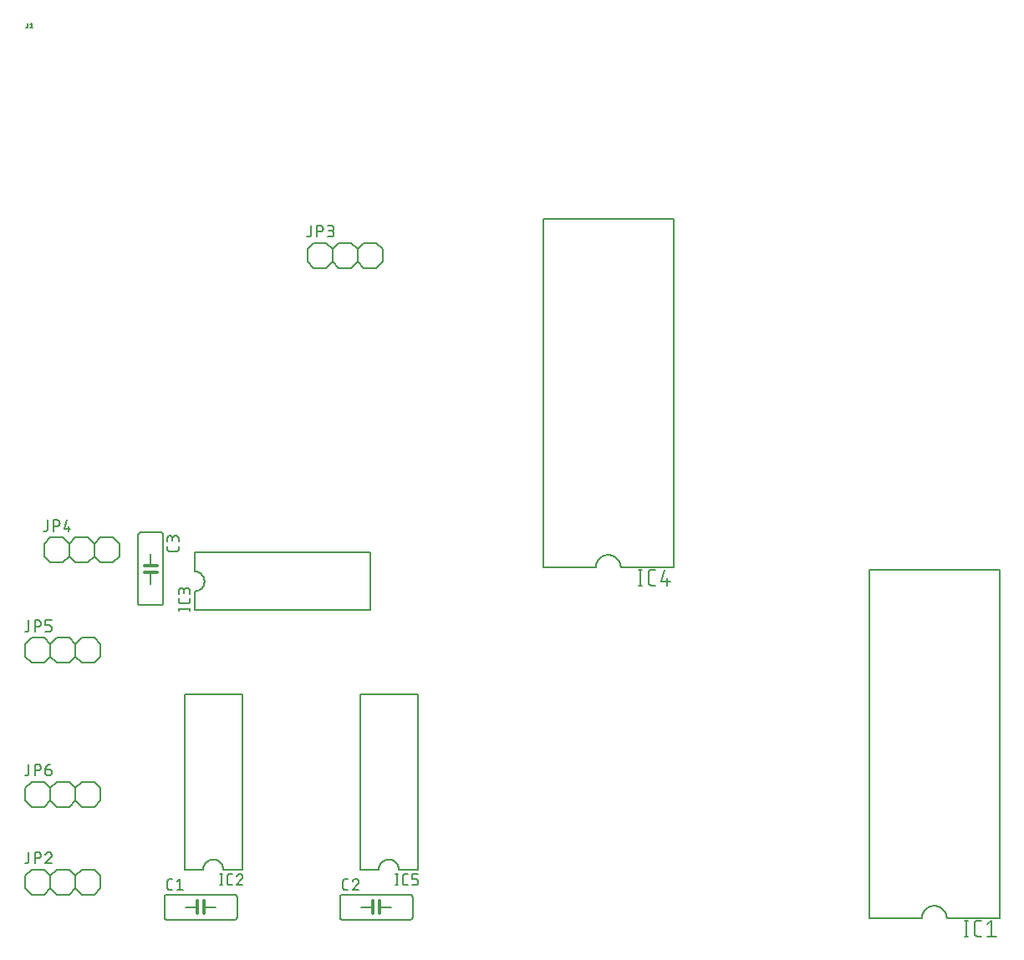
<source format=gbr>
G04 EAGLE Gerber RS-274X export*
G75*
%MOMM*%
%FSLAX34Y34*%
%LPD*%
%INSilkscreen Top*%
%IPPOS*%
%AMOC8*
5,1,8,0,0,1.08239X$1,22.5*%
G01*
%ADD10C,0.152400*%
%ADD11C,0.177800*%
%ADD12C,0.127000*%
%ADD13C,0.304800*%


D10*
X939800Y7620D02*
X993140Y7620D01*
X939800Y7620D02*
X939796Y7929D01*
X939785Y8238D01*
X939766Y8547D01*
X939740Y8855D01*
X939706Y9163D01*
X939665Y9469D01*
X939616Y9775D01*
X939560Y10079D01*
X939496Y10381D01*
X939425Y10682D01*
X939347Y10982D01*
X939262Y11279D01*
X939169Y11574D01*
X939069Y11867D01*
X938962Y12157D01*
X938848Y12444D01*
X938727Y12729D01*
X938599Y13011D01*
X938465Y13289D01*
X938323Y13564D01*
X938175Y13836D01*
X938020Y14103D01*
X937859Y14367D01*
X937692Y14627D01*
X937518Y14883D01*
X937338Y15135D01*
X937152Y15382D01*
X936960Y15624D01*
X936762Y15862D01*
X936559Y16095D01*
X936349Y16323D01*
X936135Y16545D01*
X935915Y16763D01*
X935689Y16975D01*
X935459Y17181D01*
X935224Y17382D01*
X934984Y17577D01*
X934739Y17766D01*
X934490Y17949D01*
X934236Y18126D01*
X933978Y18296D01*
X933716Y18461D01*
X933450Y18619D01*
X933180Y18770D01*
X932907Y18915D01*
X932630Y19053D01*
X932350Y19184D01*
X932067Y19308D01*
X931781Y19426D01*
X931492Y19536D01*
X931201Y19640D01*
X930907Y19736D01*
X930611Y19825D01*
X930312Y19907D01*
X930012Y19982D01*
X929710Y20049D01*
X929407Y20109D01*
X929102Y20161D01*
X928796Y20206D01*
X928489Y20244D01*
X928181Y20274D01*
X927873Y20296D01*
X927564Y20312D01*
X927255Y20319D01*
X926945Y20319D01*
X926636Y20312D01*
X926327Y20296D01*
X926019Y20274D01*
X925711Y20244D01*
X925404Y20206D01*
X925098Y20161D01*
X924793Y20109D01*
X924490Y20049D01*
X924188Y19982D01*
X923888Y19907D01*
X923589Y19825D01*
X923293Y19736D01*
X922999Y19640D01*
X922708Y19536D01*
X922419Y19426D01*
X922133Y19308D01*
X921850Y19184D01*
X921570Y19053D01*
X921293Y18915D01*
X921020Y18770D01*
X920750Y18619D01*
X920484Y18461D01*
X920222Y18296D01*
X919964Y18126D01*
X919710Y17949D01*
X919461Y17766D01*
X919216Y17577D01*
X918976Y17382D01*
X918741Y17181D01*
X918511Y16975D01*
X918285Y16763D01*
X918065Y16545D01*
X917851Y16323D01*
X917641Y16095D01*
X917438Y15862D01*
X917240Y15624D01*
X917048Y15382D01*
X916862Y15135D01*
X916682Y14883D01*
X916508Y14627D01*
X916341Y14367D01*
X916180Y14103D01*
X916025Y13836D01*
X915877Y13564D01*
X915735Y13289D01*
X915601Y13011D01*
X915473Y12729D01*
X915352Y12444D01*
X915238Y12157D01*
X915131Y11867D01*
X915031Y11574D01*
X914938Y11279D01*
X914853Y10982D01*
X914775Y10682D01*
X914704Y10381D01*
X914640Y10079D01*
X914584Y9775D01*
X914535Y9469D01*
X914494Y9163D01*
X914460Y8855D01*
X914434Y8547D01*
X914415Y8238D01*
X914404Y7929D01*
X914400Y7620D01*
X861060Y360680D02*
X993140Y360680D01*
X914400Y7620D02*
X861060Y7620D01*
X861060Y360680D01*
X993140Y360680D02*
X993140Y7620D01*
D11*
X959735Y5461D02*
X959735Y-10541D01*
X957957Y-10541D02*
X961513Y-10541D01*
X961513Y5461D02*
X957957Y5461D01*
X971307Y-10541D02*
X974863Y-10541D01*
X971307Y-10541D02*
X971191Y-10539D01*
X971074Y-10533D01*
X970958Y-10524D01*
X970843Y-10511D01*
X970728Y-10494D01*
X970613Y-10473D01*
X970500Y-10448D01*
X970387Y-10420D01*
X970275Y-10388D01*
X970164Y-10352D01*
X970054Y-10313D01*
X969946Y-10270D01*
X969839Y-10224D01*
X969734Y-10174D01*
X969631Y-10121D01*
X969529Y-10065D01*
X969429Y-10005D01*
X969331Y-9942D01*
X969236Y-9875D01*
X969142Y-9806D01*
X969051Y-9734D01*
X968962Y-9659D01*
X968876Y-9580D01*
X968793Y-9499D01*
X968712Y-9416D01*
X968633Y-9330D01*
X968558Y-9241D01*
X968486Y-9150D01*
X968417Y-9056D01*
X968350Y-8961D01*
X968287Y-8863D01*
X968227Y-8763D01*
X968171Y-8661D01*
X968118Y-8558D01*
X968068Y-8453D01*
X968022Y-8346D01*
X967979Y-8238D01*
X967940Y-8128D01*
X967904Y-8017D01*
X967872Y-7905D01*
X967844Y-7792D01*
X967819Y-7679D01*
X967798Y-7564D01*
X967781Y-7449D01*
X967768Y-7334D01*
X967759Y-7218D01*
X967753Y-7101D01*
X967751Y-6985D01*
X967751Y1905D01*
X967753Y2021D01*
X967759Y2138D01*
X967768Y2254D01*
X967781Y2369D01*
X967798Y2484D01*
X967819Y2599D01*
X967844Y2712D01*
X967872Y2825D01*
X967904Y2937D01*
X967940Y3048D01*
X967979Y3158D01*
X968022Y3266D01*
X968068Y3373D01*
X968118Y3478D01*
X968171Y3581D01*
X968227Y3683D01*
X968287Y3783D01*
X968350Y3881D01*
X968417Y3976D01*
X968486Y4070D01*
X968558Y4161D01*
X968633Y4250D01*
X968712Y4336D01*
X968793Y4419D01*
X968876Y4500D01*
X968962Y4579D01*
X969051Y4654D01*
X969142Y4726D01*
X969236Y4795D01*
X969331Y4862D01*
X969429Y4925D01*
X969529Y4985D01*
X969631Y5041D01*
X969734Y5094D01*
X969839Y5144D01*
X969946Y5190D01*
X970054Y5233D01*
X970164Y5272D01*
X970275Y5308D01*
X970387Y5340D01*
X970500Y5368D01*
X970613Y5393D01*
X970728Y5414D01*
X970843Y5431D01*
X970958Y5444D01*
X971074Y5453D01*
X971191Y5459D01*
X971307Y5461D01*
X974863Y5461D01*
X980821Y1905D02*
X985266Y5461D01*
X985266Y-10541D01*
X980821Y-10541D02*
X989711Y-10541D01*
D10*
X167640Y57150D02*
X167640Y234950D01*
X226060Y234950D02*
X226060Y57150D01*
X226060Y234950D02*
X167640Y234950D01*
X167640Y57150D02*
X186690Y57150D01*
X207010Y57150D02*
X226060Y57150D01*
X207010Y57150D02*
X207007Y57397D01*
X206998Y57645D01*
X206983Y57892D01*
X206962Y58138D01*
X206935Y58384D01*
X206902Y58629D01*
X206863Y58874D01*
X206818Y59117D01*
X206767Y59359D01*
X206710Y59600D01*
X206648Y59839D01*
X206579Y60077D01*
X206505Y60313D01*
X206425Y60547D01*
X206340Y60779D01*
X206248Y61009D01*
X206152Y61237D01*
X206049Y61462D01*
X205942Y61685D01*
X205828Y61905D01*
X205710Y62122D01*
X205586Y62337D01*
X205457Y62548D01*
X205323Y62756D01*
X205184Y62961D01*
X205040Y63162D01*
X204892Y63360D01*
X204738Y63554D01*
X204580Y63744D01*
X204417Y63930D01*
X204250Y64112D01*
X204078Y64290D01*
X203902Y64464D01*
X203722Y64634D01*
X203537Y64799D01*
X203349Y64959D01*
X203157Y65115D01*
X202961Y65267D01*
X202762Y65413D01*
X202559Y65555D01*
X202352Y65691D01*
X202143Y65823D01*
X201930Y65949D01*
X201714Y66070D01*
X201496Y66186D01*
X201274Y66296D01*
X201050Y66401D01*
X200824Y66501D01*
X200595Y66595D01*
X200364Y66683D01*
X200130Y66766D01*
X199895Y66843D01*
X199658Y66914D01*
X199420Y66980D01*
X199180Y67039D01*
X198938Y67093D01*
X198695Y67141D01*
X198452Y67183D01*
X198207Y67219D01*
X197961Y67249D01*
X197715Y67273D01*
X197468Y67291D01*
X197221Y67303D01*
X196974Y67309D01*
X196726Y67309D01*
X196479Y67303D01*
X196232Y67291D01*
X195985Y67273D01*
X195739Y67249D01*
X195493Y67219D01*
X195248Y67183D01*
X195005Y67141D01*
X194762Y67093D01*
X194520Y67039D01*
X194280Y66980D01*
X194042Y66914D01*
X193805Y66843D01*
X193570Y66766D01*
X193336Y66683D01*
X193105Y66595D01*
X192876Y66501D01*
X192650Y66401D01*
X192426Y66296D01*
X192204Y66186D01*
X191986Y66070D01*
X191770Y65949D01*
X191557Y65823D01*
X191348Y65691D01*
X191141Y65555D01*
X190938Y65413D01*
X190739Y65267D01*
X190543Y65115D01*
X190351Y64959D01*
X190163Y64799D01*
X189978Y64634D01*
X189798Y64464D01*
X189622Y64290D01*
X189450Y64112D01*
X189283Y63930D01*
X189120Y63744D01*
X188962Y63554D01*
X188808Y63360D01*
X188660Y63162D01*
X188516Y62961D01*
X188377Y62756D01*
X188243Y62548D01*
X188114Y62337D01*
X187990Y62122D01*
X187872Y61905D01*
X187758Y61685D01*
X187651Y61462D01*
X187548Y61237D01*
X187452Y61009D01*
X187360Y60779D01*
X187275Y60547D01*
X187195Y60313D01*
X187121Y60077D01*
X187052Y59839D01*
X186990Y59600D01*
X186933Y59359D01*
X186882Y59117D01*
X186837Y58874D01*
X186798Y58629D01*
X186765Y58384D01*
X186738Y58138D01*
X186717Y57892D01*
X186702Y57645D01*
X186693Y57397D01*
X186690Y57150D01*
D12*
X204851Y52705D02*
X204851Y41275D01*
X203581Y41275D02*
X206121Y41275D01*
X206121Y52705D02*
X203581Y52705D01*
X213323Y41275D02*
X215863Y41275D01*
X213323Y41275D02*
X213223Y41277D01*
X213124Y41283D01*
X213024Y41293D01*
X212926Y41306D01*
X212827Y41324D01*
X212730Y41345D01*
X212634Y41370D01*
X212538Y41399D01*
X212444Y41432D01*
X212351Y41468D01*
X212260Y41508D01*
X212170Y41552D01*
X212082Y41599D01*
X211996Y41649D01*
X211912Y41703D01*
X211830Y41760D01*
X211751Y41820D01*
X211673Y41884D01*
X211599Y41950D01*
X211527Y42019D01*
X211458Y42091D01*
X211392Y42165D01*
X211328Y42243D01*
X211268Y42322D01*
X211211Y42404D01*
X211157Y42488D01*
X211107Y42574D01*
X211060Y42662D01*
X211016Y42752D01*
X210976Y42843D01*
X210940Y42936D01*
X210907Y43030D01*
X210878Y43126D01*
X210853Y43222D01*
X210832Y43319D01*
X210814Y43418D01*
X210801Y43516D01*
X210791Y43616D01*
X210785Y43715D01*
X210783Y43815D01*
X210783Y50165D01*
X210785Y50265D01*
X210791Y50364D01*
X210801Y50464D01*
X210814Y50562D01*
X210832Y50661D01*
X210853Y50758D01*
X210878Y50854D01*
X210907Y50950D01*
X210940Y51044D01*
X210976Y51137D01*
X211016Y51228D01*
X211060Y51318D01*
X211107Y51406D01*
X211157Y51492D01*
X211211Y51576D01*
X211268Y51658D01*
X211328Y51737D01*
X211392Y51815D01*
X211458Y51889D01*
X211527Y51961D01*
X211599Y52030D01*
X211673Y52096D01*
X211751Y52160D01*
X211830Y52220D01*
X211912Y52277D01*
X211996Y52331D01*
X212082Y52381D01*
X212170Y52428D01*
X212260Y52472D01*
X212351Y52512D01*
X212444Y52548D01*
X212538Y52581D01*
X212634Y52610D01*
X212730Y52635D01*
X212827Y52656D01*
X212926Y52674D01*
X213024Y52687D01*
X213124Y52697D01*
X213223Y52703D01*
X213323Y52705D01*
X215863Y52705D01*
X223838Y52706D02*
X223942Y52704D01*
X224047Y52698D01*
X224151Y52689D01*
X224254Y52676D01*
X224357Y52658D01*
X224459Y52638D01*
X224561Y52613D01*
X224661Y52585D01*
X224761Y52553D01*
X224859Y52517D01*
X224956Y52478D01*
X225051Y52436D01*
X225145Y52390D01*
X225237Y52340D01*
X225327Y52288D01*
X225415Y52232D01*
X225501Y52172D01*
X225585Y52110D01*
X225666Y52045D01*
X225745Y51977D01*
X225822Y51905D01*
X225895Y51832D01*
X225967Y51755D01*
X226035Y51676D01*
X226100Y51595D01*
X226162Y51511D01*
X226222Y51425D01*
X226278Y51337D01*
X226330Y51247D01*
X226380Y51155D01*
X226426Y51061D01*
X226468Y50966D01*
X226507Y50869D01*
X226543Y50771D01*
X226575Y50671D01*
X226603Y50571D01*
X226628Y50469D01*
X226648Y50367D01*
X226666Y50264D01*
X226679Y50161D01*
X226688Y50057D01*
X226694Y49952D01*
X226696Y49848D01*
X223838Y52705D02*
X223720Y52703D01*
X223601Y52697D01*
X223483Y52688D01*
X223366Y52675D01*
X223249Y52657D01*
X223132Y52637D01*
X223016Y52612D01*
X222901Y52584D01*
X222788Y52551D01*
X222675Y52516D01*
X222563Y52476D01*
X222453Y52434D01*
X222344Y52387D01*
X222236Y52337D01*
X222131Y52284D01*
X222027Y52227D01*
X221925Y52167D01*
X221825Y52104D01*
X221727Y52037D01*
X221631Y51968D01*
X221538Y51895D01*
X221447Y51819D01*
X221358Y51741D01*
X221272Y51659D01*
X221189Y51575D01*
X221108Y51489D01*
X221031Y51399D01*
X220956Y51308D01*
X220884Y51214D01*
X220815Y51117D01*
X220750Y51019D01*
X220687Y50918D01*
X220628Y50815D01*
X220572Y50711D01*
X220520Y50605D01*
X220471Y50497D01*
X220426Y50388D01*
X220384Y50277D01*
X220346Y50165D01*
X225743Y47626D02*
X225819Y47701D01*
X225894Y47780D01*
X225965Y47861D01*
X226034Y47945D01*
X226099Y48031D01*
X226161Y48119D01*
X226221Y48209D01*
X226277Y48301D01*
X226330Y48396D01*
X226379Y48492D01*
X226425Y48590D01*
X226468Y48689D01*
X226507Y48790D01*
X226542Y48892D01*
X226574Y48995D01*
X226602Y49099D01*
X226627Y49204D01*
X226648Y49311D01*
X226665Y49417D01*
X226678Y49524D01*
X226687Y49632D01*
X226693Y49740D01*
X226695Y49848D01*
X225743Y47625D02*
X220345Y41275D01*
X226695Y41275D01*
D10*
X177800Y378460D02*
X355600Y378460D01*
X355600Y320040D02*
X177800Y320040D01*
X355600Y320040D02*
X355600Y378460D01*
X177800Y378460D02*
X177800Y359410D01*
X177800Y339090D02*
X177800Y320040D01*
X177800Y339090D02*
X178047Y339093D01*
X178295Y339102D01*
X178542Y339117D01*
X178788Y339138D01*
X179034Y339165D01*
X179279Y339198D01*
X179524Y339237D01*
X179767Y339282D01*
X180009Y339333D01*
X180250Y339390D01*
X180489Y339452D01*
X180727Y339521D01*
X180963Y339595D01*
X181197Y339675D01*
X181429Y339760D01*
X181659Y339852D01*
X181887Y339948D01*
X182112Y340051D01*
X182335Y340158D01*
X182555Y340272D01*
X182772Y340390D01*
X182987Y340514D01*
X183198Y340643D01*
X183406Y340777D01*
X183611Y340916D01*
X183812Y341060D01*
X184010Y341208D01*
X184204Y341362D01*
X184394Y341520D01*
X184580Y341683D01*
X184762Y341850D01*
X184940Y342022D01*
X185114Y342198D01*
X185284Y342378D01*
X185449Y342563D01*
X185609Y342751D01*
X185765Y342943D01*
X185917Y343139D01*
X186063Y343338D01*
X186205Y343541D01*
X186341Y343748D01*
X186473Y343957D01*
X186599Y344170D01*
X186720Y344386D01*
X186836Y344604D01*
X186946Y344826D01*
X187051Y345050D01*
X187151Y345276D01*
X187245Y345505D01*
X187333Y345736D01*
X187416Y345970D01*
X187493Y346205D01*
X187564Y346442D01*
X187630Y346680D01*
X187689Y346920D01*
X187743Y347162D01*
X187791Y347405D01*
X187833Y347648D01*
X187869Y347893D01*
X187899Y348139D01*
X187923Y348385D01*
X187941Y348632D01*
X187953Y348879D01*
X187959Y349126D01*
X187959Y349374D01*
X187953Y349621D01*
X187941Y349868D01*
X187923Y350115D01*
X187899Y350361D01*
X187869Y350607D01*
X187833Y350852D01*
X187791Y351095D01*
X187743Y351338D01*
X187689Y351580D01*
X187630Y351820D01*
X187564Y352058D01*
X187493Y352295D01*
X187416Y352530D01*
X187333Y352764D01*
X187245Y352995D01*
X187151Y353224D01*
X187051Y353450D01*
X186946Y353674D01*
X186836Y353896D01*
X186720Y354114D01*
X186599Y354330D01*
X186473Y354543D01*
X186341Y354752D01*
X186205Y354959D01*
X186063Y355162D01*
X185917Y355361D01*
X185765Y355557D01*
X185609Y355749D01*
X185449Y355937D01*
X185284Y356122D01*
X185114Y356302D01*
X184940Y356478D01*
X184762Y356650D01*
X184580Y356817D01*
X184394Y356980D01*
X184204Y357138D01*
X184010Y357292D01*
X183812Y357440D01*
X183611Y357584D01*
X183406Y357723D01*
X183198Y357857D01*
X182987Y357986D01*
X182772Y358110D01*
X182555Y358228D01*
X182335Y358342D01*
X182112Y358449D01*
X181887Y358552D01*
X181659Y358648D01*
X181429Y358740D01*
X181197Y358825D01*
X180963Y358905D01*
X180727Y358979D01*
X180489Y359048D01*
X180250Y359110D01*
X180009Y359167D01*
X179767Y359218D01*
X179524Y359263D01*
X179279Y359302D01*
X179034Y359335D01*
X178788Y359362D01*
X178542Y359383D01*
X178295Y359398D01*
X178047Y359407D01*
X177800Y359410D01*
D12*
X173355Y320675D02*
X161925Y320675D01*
X173355Y319405D02*
X173355Y321945D01*
X161925Y321945D02*
X161925Y319405D01*
X173355Y329147D02*
X173355Y331687D01*
X173355Y329147D02*
X173353Y329047D01*
X173347Y328948D01*
X173337Y328848D01*
X173324Y328750D01*
X173306Y328651D01*
X173285Y328554D01*
X173260Y328458D01*
X173231Y328362D01*
X173198Y328268D01*
X173162Y328175D01*
X173122Y328084D01*
X173078Y327994D01*
X173031Y327906D01*
X172981Y327820D01*
X172927Y327736D01*
X172870Y327654D01*
X172810Y327575D01*
X172746Y327497D01*
X172680Y327423D01*
X172611Y327351D01*
X172539Y327282D01*
X172465Y327216D01*
X172387Y327152D01*
X172308Y327092D01*
X172226Y327035D01*
X172142Y326981D01*
X172056Y326931D01*
X171968Y326884D01*
X171878Y326840D01*
X171787Y326800D01*
X171694Y326764D01*
X171600Y326731D01*
X171504Y326702D01*
X171408Y326677D01*
X171311Y326656D01*
X171212Y326638D01*
X171114Y326625D01*
X171014Y326615D01*
X170915Y326609D01*
X170815Y326607D01*
X164465Y326607D01*
X164365Y326609D01*
X164266Y326615D01*
X164166Y326625D01*
X164068Y326638D01*
X163969Y326656D01*
X163872Y326677D01*
X163776Y326702D01*
X163680Y326731D01*
X163586Y326764D01*
X163493Y326800D01*
X163402Y326840D01*
X163312Y326884D01*
X163224Y326931D01*
X163138Y326981D01*
X163054Y327035D01*
X162972Y327092D01*
X162893Y327152D01*
X162815Y327216D01*
X162741Y327282D01*
X162669Y327351D01*
X162600Y327423D01*
X162534Y327497D01*
X162470Y327575D01*
X162410Y327654D01*
X162353Y327736D01*
X162299Y327820D01*
X162249Y327906D01*
X162202Y327994D01*
X162158Y328084D01*
X162118Y328175D01*
X162082Y328268D01*
X162049Y328362D01*
X162020Y328458D01*
X161995Y328554D01*
X161974Y328651D01*
X161956Y328750D01*
X161943Y328848D01*
X161933Y328948D01*
X161927Y329047D01*
X161925Y329147D01*
X161925Y331687D01*
X173355Y336169D02*
X173355Y339344D01*
X173353Y339455D01*
X173347Y339565D01*
X173338Y339676D01*
X173324Y339786D01*
X173307Y339895D01*
X173286Y340004D01*
X173261Y340112D01*
X173232Y340219D01*
X173200Y340325D01*
X173164Y340430D01*
X173124Y340533D01*
X173081Y340635D01*
X173034Y340736D01*
X172983Y340835D01*
X172930Y340932D01*
X172873Y341026D01*
X172812Y341119D01*
X172749Y341210D01*
X172682Y341299D01*
X172612Y341385D01*
X172539Y341468D01*
X172464Y341550D01*
X172386Y341628D01*
X172304Y341703D01*
X172221Y341776D01*
X172135Y341846D01*
X172046Y341913D01*
X171955Y341976D01*
X171862Y342037D01*
X171768Y342094D01*
X171671Y342147D01*
X171572Y342198D01*
X171471Y342245D01*
X171369Y342288D01*
X171266Y342328D01*
X171161Y342364D01*
X171055Y342396D01*
X170948Y342425D01*
X170840Y342450D01*
X170731Y342471D01*
X170622Y342488D01*
X170512Y342502D01*
X170401Y342511D01*
X170291Y342517D01*
X170180Y342519D01*
X170069Y342517D01*
X169959Y342511D01*
X169848Y342502D01*
X169738Y342488D01*
X169629Y342471D01*
X169520Y342450D01*
X169412Y342425D01*
X169305Y342396D01*
X169199Y342364D01*
X169094Y342328D01*
X168991Y342288D01*
X168889Y342245D01*
X168788Y342198D01*
X168689Y342147D01*
X168593Y342094D01*
X168498Y342037D01*
X168405Y341976D01*
X168314Y341913D01*
X168225Y341846D01*
X168139Y341776D01*
X168056Y341703D01*
X167974Y341628D01*
X167896Y341550D01*
X167821Y341468D01*
X167748Y341385D01*
X167678Y341299D01*
X167611Y341210D01*
X167548Y341119D01*
X167487Y341026D01*
X167430Y340932D01*
X167377Y340835D01*
X167326Y340736D01*
X167279Y340635D01*
X167236Y340533D01*
X167196Y340430D01*
X167160Y340325D01*
X167128Y340219D01*
X167099Y340112D01*
X167074Y340004D01*
X167053Y339895D01*
X167036Y339786D01*
X167022Y339676D01*
X167013Y339565D01*
X167007Y339455D01*
X167005Y339344D01*
X161925Y339979D02*
X161925Y336169D01*
X161925Y339979D02*
X161927Y340079D01*
X161933Y340178D01*
X161943Y340278D01*
X161956Y340376D01*
X161974Y340475D01*
X161995Y340572D01*
X162020Y340668D01*
X162049Y340764D01*
X162082Y340858D01*
X162118Y340951D01*
X162158Y341042D01*
X162202Y341132D01*
X162249Y341220D01*
X162299Y341306D01*
X162353Y341390D01*
X162410Y341472D01*
X162470Y341551D01*
X162534Y341629D01*
X162600Y341703D01*
X162669Y341775D01*
X162741Y341844D01*
X162815Y341910D01*
X162893Y341974D01*
X162972Y342034D01*
X163054Y342091D01*
X163138Y342145D01*
X163224Y342195D01*
X163312Y342242D01*
X163402Y342286D01*
X163493Y342326D01*
X163586Y342362D01*
X163680Y342395D01*
X163776Y342424D01*
X163872Y342449D01*
X163969Y342470D01*
X164068Y342488D01*
X164166Y342501D01*
X164266Y342511D01*
X164365Y342517D01*
X164465Y342519D01*
X164565Y342517D01*
X164664Y342511D01*
X164764Y342501D01*
X164862Y342488D01*
X164961Y342470D01*
X165058Y342449D01*
X165154Y342424D01*
X165250Y342395D01*
X165344Y342362D01*
X165437Y342326D01*
X165528Y342286D01*
X165618Y342242D01*
X165706Y342195D01*
X165792Y342145D01*
X165876Y342091D01*
X165958Y342034D01*
X166037Y341974D01*
X166115Y341910D01*
X166189Y341844D01*
X166261Y341775D01*
X166330Y341703D01*
X166396Y341629D01*
X166460Y341551D01*
X166520Y341472D01*
X166577Y341390D01*
X166631Y341306D01*
X166681Y341220D01*
X166728Y341132D01*
X166772Y341042D01*
X166812Y340951D01*
X166848Y340858D01*
X166881Y340764D01*
X166910Y340668D01*
X166935Y340572D01*
X166956Y340475D01*
X166974Y340376D01*
X166987Y340278D01*
X166997Y340178D01*
X167003Y340079D01*
X167005Y339979D01*
X167005Y337439D01*
D10*
X609600Y363220D02*
X662940Y363220D01*
X609600Y363220D02*
X609596Y363529D01*
X609585Y363838D01*
X609566Y364147D01*
X609540Y364455D01*
X609506Y364763D01*
X609465Y365069D01*
X609416Y365375D01*
X609360Y365679D01*
X609296Y365981D01*
X609225Y366282D01*
X609147Y366582D01*
X609062Y366879D01*
X608969Y367174D01*
X608869Y367467D01*
X608762Y367757D01*
X608648Y368044D01*
X608527Y368329D01*
X608399Y368611D01*
X608265Y368889D01*
X608123Y369164D01*
X607975Y369436D01*
X607820Y369703D01*
X607659Y369967D01*
X607492Y370227D01*
X607318Y370483D01*
X607138Y370735D01*
X606952Y370982D01*
X606760Y371224D01*
X606562Y371462D01*
X606359Y371695D01*
X606149Y371923D01*
X605935Y372145D01*
X605715Y372363D01*
X605489Y372575D01*
X605259Y372781D01*
X605024Y372982D01*
X604784Y373177D01*
X604539Y373366D01*
X604290Y373549D01*
X604036Y373726D01*
X603778Y373896D01*
X603516Y374061D01*
X603250Y374219D01*
X602980Y374370D01*
X602707Y374515D01*
X602430Y374653D01*
X602150Y374784D01*
X601867Y374908D01*
X601581Y375026D01*
X601292Y375136D01*
X601001Y375240D01*
X600707Y375336D01*
X600411Y375425D01*
X600112Y375507D01*
X599812Y375582D01*
X599510Y375649D01*
X599207Y375709D01*
X598902Y375761D01*
X598596Y375806D01*
X598289Y375844D01*
X597981Y375874D01*
X597673Y375896D01*
X597364Y375912D01*
X597055Y375919D01*
X596745Y375919D01*
X596436Y375912D01*
X596127Y375896D01*
X595819Y375874D01*
X595511Y375844D01*
X595204Y375806D01*
X594898Y375761D01*
X594593Y375709D01*
X594290Y375649D01*
X593988Y375582D01*
X593688Y375507D01*
X593389Y375425D01*
X593093Y375336D01*
X592799Y375240D01*
X592508Y375136D01*
X592219Y375026D01*
X591933Y374908D01*
X591650Y374784D01*
X591370Y374653D01*
X591093Y374515D01*
X590820Y374370D01*
X590550Y374219D01*
X590284Y374061D01*
X590022Y373896D01*
X589764Y373726D01*
X589510Y373549D01*
X589261Y373366D01*
X589016Y373177D01*
X588776Y372982D01*
X588541Y372781D01*
X588311Y372575D01*
X588085Y372363D01*
X587865Y372145D01*
X587651Y371923D01*
X587441Y371695D01*
X587238Y371462D01*
X587040Y371224D01*
X586848Y370982D01*
X586662Y370735D01*
X586482Y370483D01*
X586308Y370227D01*
X586141Y369967D01*
X585980Y369703D01*
X585825Y369436D01*
X585677Y369164D01*
X585535Y368889D01*
X585401Y368611D01*
X585273Y368329D01*
X585152Y368044D01*
X585038Y367757D01*
X584931Y367467D01*
X584831Y367174D01*
X584738Y366879D01*
X584653Y366582D01*
X584575Y366282D01*
X584504Y365981D01*
X584440Y365679D01*
X584384Y365375D01*
X584335Y365069D01*
X584294Y364763D01*
X584260Y364455D01*
X584234Y364147D01*
X584215Y363838D01*
X584204Y363529D01*
X584200Y363220D01*
X530860Y716280D02*
X662940Y716280D01*
X584200Y363220D02*
X530860Y363220D01*
X530860Y716280D01*
X662940Y716280D02*
X662940Y363220D01*
D11*
X629535Y361061D02*
X629535Y345059D01*
X627757Y345059D02*
X631313Y345059D01*
X631313Y361061D02*
X627757Y361061D01*
X641107Y345059D02*
X644663Y345059D01*
X641107Y345059D02*
X640991Y345061D01*
X640874Y345067D01*
X640758Y345076D01*
X640643Y345089D01*
X640528Y345106D01*
X640413Y345127D01*
X640300Y345152D01*
X640187Y345180D01*
X640075Y345212D01*
X639964Y345248D01*
X639854Y345287D01*
X639746Y345330D01*
X639639Y345376D01*
X639534Y345426D01*
X639431Y345479D01*
X639329Y345535D01*
X639229Y345595D01*
X639131Y345658D01*
X639036Y345725D01*
X638942Y345794D01*
X638851Y345866D01*
X638762Y345941D01*
X638676Y346020D01*
X638593Y346101D01*
X638512Y346184D01*
X638433Y346270D01*
X638358Y346359D01*
X638286Y346450D01*
X638217Y346544D01*
X638150Y346639D01*
X638087Y346737D01*
X638027Y346837D01*
X637971Y346939D01*
X637918Y347042D01*
X637868Y347147D01*
X637822Y347254D01*
X637779Y347362D01*
X637740Y347472D01*
X637704Y347583D01*
X637672Y347695D01*
X637644Y347808D01*
X637619Y347921D01*
X637598Y348036D01*
X637581Y348151D01*
X637568Y348266D01*
X637559Y348382D01*
X637553Y348499D01*
X637551Y348615D01*
X637551Y357505D01*
X637553Y357621D01*
X637559Y357738D01*
X637568Y357854D01*
X637581Y357969D01*
X637598Y358084D01*
X637619Y358199D01*
X637644Y358312D01*
X637672Y358425D01*
X637704Y358537D01*
X637740Y358648D01*
X637779Y358758D01*
X637822Y358866D01*
X637868Y358973D01*
X637918Y359078D01*
X637971Y359181D01*
X638027Y359283D01*
X638087Y359383D01*
X638150Y359481D01*
X638217Y359576D01*
X638286Y359670D01*
X638358Y359761D01*
X638433Y359850D01*
X638512Y359936D01*
X638593Y360019D01*
X638676Y360100D01*
X638762Y360179D01*
X638851Y360254D01*
X638942Y360326D01*
X639036Y360395D01*
X639131Y360462D01*
X639229Y360525D01*
X639329Y360585D01*
X639431Y360641D01*
X639534Y360694D01*
X639639Y360744D01*
X639746Y360790D01*
X639854Y360833D01*
X639964Y360872D01*
X640075Y360908D01*
X640187Y360940D01*
X640300Y360968D01*
X640413Y360993D01*
X640528Y361014D01*
X640643Y361031D01*
X640758Y361044D01*
X640874Y361053D01*
X640991Y361059D01*
X641107Y361061D01*
X644663Y361061D01*
X654177Y361061D02*
X650621Y348615D01*
X659511Y348615D01*
X656844Y352171D02*
X656844Y345059D01*
D10*
X345440Y234950D02*
X345440Y57150D01*
X403860Y57150D02*
X403860Y234950D01*
X345440Y234950D01*
X345440Y57150D02*
X364490Y57150D01*
X384810Y57150D02*
X403860Y57150D01*
X384810Y57150D02*
X384807Y57397D01*
X384798Y57645D01*
X384783Y57892D01*
X384762Y58138D01*
X384735Y58384D01*
X384702Y58629D01*
X384663Y58874D01*
X384618Y59117D01*
X384567Y59359D01*
X384510Y59600D01*
X384448Y59839D01*
X384379Y60077D01*
X384305Y60313D01*
X384225Y60547D01*
X384140Y60779D01*
X384048Y61009D01*
X383952Y61237D01*
X383849Y61462D01*
X383742Y61685D01*
X383628Y61905D01*
X383510Y62122D01*
X383386Y62337D01*
X383257Y62548D01*
X383123Y62756D01*
X382984Y62961D01*
X382840Y63162D01*
X382692Y63360D01*
X382538Y63554D01*
X382380Y63744D01*
X382217Y63930D01*
X382050Y64112D01*
X381878Y64290D01*
X381702Y64464D01*
X381522Y64634D01*
X381337Y64799D01*
X381149Y64959D01*
X380957Y65115D01*
X380761Y65267D01*
X380562Y65413D01*
X380359Y65555D01*
X380152Y65691D01*
X379943Y65823D01*
X379730Y65949D01*
X379514Y66070D01*
X379296Y66186D01*
X379074Y66296D01*
X378850Y66401D01*
X378624Y66501D01*
X378395Y66595D01*
X378164Y66683D01*
X377930Y66766D01*
X377695Y66843D01*
X377458Y66914D01*
X377220Y66980D01*
X376980Y67039D01*
X376738Y67093D01*
X376495Y67141D01*
X376252Y67183D01*
X376007Y67219D01*
X375761Y67249D01*
X375515Y67273D01*
X375268Y67291D01*
X375021Y67303D01*
X374774Y67309D01*
X374526Y67309D01*
X374279Y67303D01*
X374032Y67291D01*
X373785Y67273D01*
X373539Y67249D01*
X373293Y67219D01*
X373048Y67183D01*
X372805Y67141D01*
X372562Y67093D01*
X372320Y67039D01*
X372080Y66980D01*
X371842Y66914D01*
X371605Y66843D01*
X371370Y66766D01*
X371136Y66683D01*
X370905Y66595D01*
X370676Y66501D01*
X370450Y66401D01*
X370226Y66296D01*
X370004Y66186D01*
X369786Y66070D01*
X369570Y65949D01*
X369357Y65823D01*
X369148Y65691D01*
X368941Y65555D01*
X368738Y65413D01*
X368539Y65267D01*
X368343Y65115D01*
X368151Y64959D01*
X367963Y64799D01*
X367778Y64634D01*
X367598Y64464D01*
X367422Y64290D01*
X367250Y64112D01*
X367083Y63930D01*
X366920Y63744D01*
X366762Y63554D01*
X366608Y63360D01*
X366460Y63162D01*
X366316Y62961D01*
X366177Y62756D01*
X366043Y62548D01*
X365914Y62337D01*
X365790Y62122D01*
X365672Y61905D01*
X365558Y61685D01*
X365451Y61462D01*
X365348Y61237D01*
X365252Y61009D01*
X365160Y60779D01*
X365075Y60547D01*
X364995Y60313D01*
X364921Y60077D01*
X364852Y59839D01*
X364790Y59600D01*
X364733Y59359D01*
X364682Y59117D01*
X364637Y58874D01*
X364598Y58629D01*
X364565Y58384D01*
X364538Y58138D01*
X364517Y57892D01*
X364502Y57645D01*
X364493Y57397D01*
X364490Y57150D01*
D12*
X382651Y52705D02*
X382651Y41275D01*
X381381Y41275D02*
X383921Y41275D01*
X383921Y52705D02*
X381381Y52705D01*
X391123Y41275D02*
X393663Y41275D01*
X391123Y41275D02*
X391023Y41277D01*
X390924Y41283D01*
X390824Y41293D01*
X390726Y41306D01*
X390627Y41324D01*
X390530Y41345D01*
X390434Y41370D01*
X390338Y41399D01*
X390244Y41432D01*
X390151Y41468D01*
X390060Y41508D01*
X389970Y41552D01*
X389882Y41599D01*
X389796Y41649D01*
X389712Y41703D01*
X389630Y41760D01*
X389551Y41820D01*
X389473Y41884D01*
X389399Y41950D01*
X389327Y42019D01*
X389258Y42091D01*
X389192Y42165D01*
X389128Y42243D01*
X389068Y42322D01*
X389011Y42404D01*
X388957Y42488D01*
X388907Y42574D01*
X388860Y42662D01*
X388816Y42752D01*
X388776Y42843D01*
X388740Y42936D01*
X388707Y43030D01*
X388678Y43126D01*
X388653Y43222D01*
X388632Y43319D01*
X388614Y43418D01*
X388601Y43516D01*
X388591Y43616D01*
X388585Y43715D01*
X388583Y43815D01*
X388583Y50165D01*
X388585Y50265D01*
X388591Y50364D01*
X388601Y50464D01*
X388614Y50562D01*
X388632Y50661D01*
X388653Y50758D01*
X388678Y50854D01*
X388707Y50950D01*
X388740Y51044D01*
X388776Y51137D01*
X388816Y51228D01*
X388860Y51318D01*
X388907Y51406D01*
X388957Y51492D01*
X389011Y51576D01*
X389068Y51658D01*
X389128Y51737D01*
X389192Y51815D01*
X389258Y51889D01*
X389327Y51961D01*
X389399Y52030D01*
X389473Y52096D01*
X389551Y52160D01*
X389630Y52220D01*
X389712Y52277D01*
X389796Y52331D01*
X389882Y52381D01*
X389970Y52428D01*
X390060Y52472D01*
X390151Y52512D01*
X390244Y52548D01*
X390338Y52581D01*
X390434Y52610D01*
X390530Y52635D01*
X390627Y52656D01*
X390726Y52674D01*
X390824Y52687D01*
X390924Y52697D01*
X391023Y52703D01*
X391123Y52705D01*
X393663Y52705D01*
X398145Y41275D02*
X401955Y41275D01*
X402055Y41277D01*
X402154Y41283D01*
X402254Y41293D01*
X402352Y41306D01*
X402451Y41324D01*
X402548Y41345D01*
X402644Y41370D01*
X402740Y41399D01*
X402834Y41432D01*
X402927Y41468D01*
X403018Y41508D01*
X403108Y41552D01*
X403196Y41599D01*
X403282Y41649D01*
X403366Y41703D01*
X403448Y41760D01*
X403527Y41820D01*
X403605Y41884D01*
X403679Y41950D01*
X403751Y42019D01*
X403820Y42091D01*
X403886Y42165D01*
X403950Y42243D01*
X404010Y42322D01*
X404067Y42404D01*
X404121Y42488D01*
X404171Y42574D01*
X404218Y42662D01*
X404262Y42752D01*
X404302Y42843D01*
X404338Y42936D01*
X404371Y43030D01*
X404400Y43126D01*
X404425Y43222D01*
X404446Y43319D01*
X404464Y43418D01*
X404477Y43516D01*
X404487Y43616D01*
X404493Y43715D01*
X404495Y43815D01*
X404495Y45085D01*
X404493Y45185D01*
X404487Y45284D01*
X404477Y45384D01*
X404464Y45482D01*
X404446Y45581D01*
X404425Y45678D01*
X404400Y45774D01*
X404371Y45870D01*
X404338Y45964D01*
X404302Y46057D01*
X404262Y46148D01*
X404218Y46238D01*
X404171Y46326D01*
X404121Y46412D01*
X404067Y46496D01*
X404010Y46578D01*
X403950Y46657D01*
X403886Y46735D01*
X403820Y46809D01*
X403751Y46881D01*
X403679Y46950D01*
X403605Y47016D01*
X403527Y47080D01*
X403448Y47140D01*
X403366Y47197D01*
X403282Y47251D01*
X403196Y47301D01*
X403108Y47348D01*
X403018Y47392D01*
X402927Y47432D01*
X402834Y47468D01*
X402740Y47501D01*
X402644Y47530D01*
X402548Y47555D01*
X402451Y47576D01*
X402352Y47594D01*
X402254Y47607D01*
X402154Y47617D01*
X402055Y47623D01*
X401955Y47625D01*
X398145Y47625D01*
X398145Y52705D01*
X404495Y52705D01*
X8594Y911027D02*
X8594Y914781D01*
X8593Y911027D02*
X8591Y910962D01*
X8585Y910898D01*
X8575Y910834D01*
X8562Y910770D01*
X8544Y910708D01*
X8523Y910647D01*
X8499Y910587D01*
X8470Y910529D01*
X8438Y910472D01*
X8403Y910418D01*
X8365Y910366D01*
X8323Y910316D01*
X8279Y910269D01*
X8232Y910225D01*
X8182Y910183D01*
X8130Y910145D01*
X8076Y910110D01*
X8019Y910078D01*
X7961Y910049D01*
X7901Y910025D01*
X7840Y910004D01*
X7778Y909986D01*
X7714Y909973D01*
X7650Y909963D01*
X7586Y909957D01*
X7521Y909955D01*
X6985Y909955D01*
X11542Y913709D02*
X12882Y914781D01*
X12882Y909955D01*
X11542Y909955D02*
X14223Y909955D01*
D10*
X12700Y57150D02*
X25400Y57150D01*
X31750Y50800D01*
X31750Y38100D01*
X25400Y31750D01*
X31750Y50800D02*
X38100Y57150D01*
X50800Y57150D01*
X57150Y50800D01*
X57150Y38100D01*
X50800Y31750D01*
X38100Y31750D01*
X31750Y38100D01*
X6350Y38100D02*
X6350Y50800D01*
X12700Y57150D01*
X6350Y38100D02*
X12700Y31750D01*
X25400Y31750D01*
X57150Y50800D02*
X63500Y57150D01*
X76200Y57150D01*
X82550Y50800D01*
X82550Y38100D01*
X76200Y31750D01*
X63500Y31750D01*
X57150Y38100D01*
D12*
X10033Y65913D02*
X10033Y74803D01*
X10033Y65913D02*
X10031Y65813D01*
X10025Y65714D01*
X10015Y65614D01*
X10002Y65516D01*
X9984Y65417D01*
X9963Y65320D01*
X9938Y65224D01*
X9909Y65128D01*
X9876Y65034D01*
X9840Y64941D01*
X9800Y64850D01*
X9756Y64760D01*
X9709Y64672D01*
X9659Y64586D01*
X9605Y64502D01*
X9548Y64420D01*
X9488Y64341D01*
X9424Y64263D01*
X9358Y64189D01*
X9289Y64117D01*
X9217Y64048D01*
X9143Y63982D01*
X9065Y63918D01*
X8986Y63858D01*
X8904Y63801D01*
X8820Y63747D01*
X8734Y63697D01*
X8646Y63650D01*
X8556Y63606D01*
X8465Y63566D01*
X8372Y63530D01*
X8278Y63497D01*
X8182Y63468D01*
X8086Y63443D01*
X7989Y63422D01*
X7890Y63404D01*
X7792Y63391D01*
X7692Y63381D01*
X7593Y63375D01*
X7493Y63373D01*
X6223Y63373D01*
X16013Y63373D02*
X16013Y74803D01*
X19188Y74803D01*
X19299Y74801D01*
X19409Y74795D01*
X19520Y74786D01*
X19630Y74772D01*
X19739Y74755D01*
X19848Y74734D01*
X19956Y74709D01*
X20063Y74680D01*
X20169Y74648D01*
X20274Y74612D01*
X20377Y74572D01*
X20479Y74529D01*
X20580Y74482D01*
X20679Y74431D01*
X20776Y74378D01*
X20870Y74321D01*
X20963Y74260D01*
X21054Y74197D01*
X21143Y74130D01*
X21229Y74060D01*
X21312Y73987D01*
X21394Y73912D01*
X21472Y73834D01*
X21547Y73752D01*
X21620Y73669D01*
X21690Y73583D01*
X21757Y73494D01*
X21820Y73403D01*
X21881Y73310D01*
X21938Y73215D01*
X21991Y73119D01*
X22042Y73020D01*
X22089Y72919D01*
X22132Y72817D01*
X22172Y72714D01*
X22208Y72609D01*
X22240Y72503D01*
X22269Y72396D01*
X22294Y72288D01*
X22315Y72179D01*
X22332Y72070D01*
X22346Y71960D01*
X22355Y71849D01*
X22361Y71739D01*
X22363Y71628D01*
X22361Y71517D01*
X22355Y71407D01*
X22346Y71296D01*
X22332Y71186D01*
X22315Y71077D01*
X22294Y70968D01*
X22269Y70860D01*
X22240Y70753D01*
X22208Y70647D01*
X22172Y70542D01*
X22132Y70439D01*
X22089Y70337D01*
X22042Y70236D01*
X21991Y70137D01*
X21938Y70040D01*
X21881Y69946D01*
X21820Y69853D01*
X21757Y69762D01*
X21690Y69673D01*
X21620Y69587D01*
X21547Y69504D01*
X21472Y69422D01*
X21394Y69344D01*
X21312Y69269D01*
X21229Y69196D01*
X21143Y69126D01*
X21054Y69059D01*
X20963Y68996D01*
X20870Y68935D01*
X20775Y68878D01*
X20679Y68825D01*
X20580Y68774D01*
X20479Y68727D01*
X20377Y68684D01*
X20274Y68644D01*
X20169Y68608D01*
X20063Y68576D01*
X19956Y68547D01*
X19848Y68522D01*
X19739Y68501D01*
X19630Y68484D01*
X19520Y68470D01*
X19409Y68461D01*
X19299Y68455D01*
X19188Y68453D01*
X16013Y68453D01*
X30364Y74804D02*
X30468Y74802D01*
X30573Y74796D01*
X30677Y74787D01*
X30780Y74774D01*
X30883Y74756D01*
X30985Y74736D01*
X31087Y74711D01*
X31187Y74683D01*
X31287Y74651D01*
X31385Y74615D01*
X31482Y74576D01*
X31577Y74534D01*
X31671Y74488D01*
X31763Y74438D01*
X31853Y74386D01*
X31941Y74330D01*
X32027Y74270D01*
X32111Y74208D01*
X32192Y74143D01*
X32271Y74075D01*
X32348Y74003D01*
X32421Y73930D01*
X32493Y73853D01*
X32561Y73774D01*
X32626Y73693D01*
X32688Y73609D01*
X32748Y73523D01*
X32804Y73435D01*
X32856Y73345D01*
X32906Y73253D01*
X32952Y73159D01*
X32994Y73064D01*
X33033Y72967D01*
X33069Y72869D01*
X33101Y72769D01*
X33129Y72669D01*
X33154Y72567D01*
X33174Y72465D01*
X33192Y72362D01*
X33205Y72259D01*
X33214Y72155D01*
X33220Y72050D01*
X33222Y71946D01*
X30364Y74803D02*
X30246Y74801D01*
X30127Y74795D01*
X30009Y74786D01*
X29892Y74773D01*
X29775Y74755D01*
X29658Y74735D01*
X29542Y74710D01*
X29427Y74682D01*
X29314Y74649D01*
X29201Y74614D01*
X29089Y74574D01*
X28979Y74532D01*
X28870Y74485D01*
X28762Y74435D01*
X28657Y74382D01*
X28553Y74325D01*
X28451Y74265D01*
X28351Y74202D01*
X28253Y74135D01*
X28157Y74066D01*
X28064Y73993D01*
X27973Y73917D01*
X27884Y73839D01*
X27798Y73757D01*
X27715Y73673D01*
X27634Y73587D01*
X27557Y73497D01*
X27482Y73406D01*
X27410Y73312D01*
X27341Y73215D01*
X27276Y73117D01*
X27213Y73016D01*
X27154Y72913D01*
X27098Y72809D01*
X27046Y72703D01*
X26997Y72595D01*
X26952Y72486D01*
X26910Y72375D01*
X26872Y72263D01*
X32270Y69724D02*
X32346Y69799D01*
X32421Y69878D01*
X32492Y69959D01*
X32561Y70043D01*
X32626Y70129D01*
X32688Y70217D01*
X32748Y70307D01*
X32804Y70399D01*
X32857Y70494D01*
X32906Y70590D01*
X32952Y70688D01*
X32995Y70787D01*
X33034Y70888D01*
X33069Y70990D01*
X33101Y71093D01*
X33129Y71197D01*
X33154Y71302D01*
X33175Y71409D01*
X33192Y71515D01*
X33205Y71622D01*
X33214Y71730D01*
X33220Y71838D01*
X33222Y71946D01*
X32269Y69723D02*
X26872Y63373D01*
X33222Y63373D01*
D10*
X298450Y692150D02*
X311150Y692150D01*
X317500Y685800D01*
X317500Y673100D01*
X311150Y666750D01*
X317500Y685800D02*
X323850Y692150D01*
X336550Y692150D01*
X342900Y685800D01*
X342900Y673100D01*
X336550Y666750D01*
X323850Y666750D01*
X317500Y673100D01*
X292100Y673100D02*
X292100Y685800D01*
X298450Y692150D01*
X292100Y673100D02*
X298450Y666750D01*
X311150Y666750D01*
X342900Y685800D02*
X349250Y692150D01*
X361950Y692150D01*
X368300Y685800D01*
X368300Y673100D01*
X361950Y666750D01*
X349250Y666750D01*
X342900Y673100D01*
D12*
X295783Y700913D02*
X295783Y709803D01*
X295783Y700913D02*
X295781Y700813D01*
X295775Y700714D01*
X295765Y700614D01*
X295752Y700516D01*
X295734Y700417D01*
X295713Y700320D01*
X295688Y700224D01*
X295659Y700128D01*
X295626Y700034D01*
X295590Y699941D01*
X295550Y699850D01*
X295506Y699760D01*
X295459Y699672D01*
X295409Y699586D01*
X295355Y699502D01*
X295298Y699420D01*
X295238Y699341D01*
X295174Y699263D01*
X295108Y699189D01*
X295039Y699117D01*
X294967Y699048D01*
X294893Y698982D01*
X294815Y698918D01*
X294736Y698858D01*
X294654Y698801D01*
X294570Y698747D01*
X294484Y698697D01*
X294396Y698650D01*
X294306Y698606D01*
X294215Y698566D01*
X294122Y698530D01*
X294028Y698497D01*
X293932Y698468D01*
X293836Y698443D01*
X293739Y698422D01*
X293640Y698404D01*
X293542Y698391D01*
X293442Y698381D01*
X293343Y698375D01*
X293243Y698373D01*
X291973Y698373D01*
X301763Y698373D02*
X301763Y709803D01*
X304938Y709803D01*
X305049Y709801D01*
X305159Y709795D01*
X305270Y709786D01*
X305380Y709772D01*
X305489Y709755D01*
X305598Y709734D01*
X305706Y709709D01*
X305813Y709680D01*
X305919Y709648D01*
X306024Y709612D01*
X306127Y709572D01*
X306229Y709529D01*
X306330Y709482D01*
X306429Y709431D01*
X306526Y709378D01*
X306620Y709321D01*
X306713Y709260D01*
X306804Y709197D01*
X306893Y709130D01*
X306979Y709060D01*
X307062Y708987D01*
X307144Y708912D01*
X307222Y708834D01*
X307297Y708752D01*
X307370Y708669D01*
X307440Y708583D01*
X307507Y708494D01*
X307570Y708403D01*
X307631Y708310D01*
X307688Y708215D01*
X307741Y708119D01*
X307792Y708020D01*
X307839Y707919D01*
X307882Y707817D01*
X307922Y707714D01*
X307958Y707609D01*
X307990Y707503D01*
X308019Y707396D01*
X308044Y707288D01*
X308065Y707179D01*
X308082Y707070D01*
X308096Y706960D01*
X308105Y706849D01*
X308111Y706739D01*
X308113Y706628D01*
X308111Y706517D01*
X308105Y706407D01*
X308096Y706296D01*
X308082Y706186D01*
X308065Y706077D01*
X308044Y705968D01*
X308019Y705860D01*
X307990Y705753D01*
X307958Y705647D01*
X307922Y705542D01*
X307882Y705439D01*
X307839Y705337D01*
X307792Y705236D01*
X307741Y705137D01*
X307688Y705041D01*
X307631Y704946D01*
X307570Y704853D01*
X307507Y704762D01*
X307440Y704673D01*
X307370Y704587D01*
X307297Y704504D01*
X307222Y704422D01*
X307144Y704344D01*
X307062Y704269D01*
X306979Y704196D01*
X306893Y704126D01*
X306804Y704059D01*
X306713Y703996D01*
X306620Y703935D01*
X306526Y703878D01*
X306429Y703825D01*
X306330Y703774D01*
X306229Y703727D01*
X306127Y703684D01*
X306024Y703644D01*
X305919Y703608D01*
X305813Y703576D01*
X305706Y703547D01*
X305598Y703522D01*
X305489Y703501D01*
X305380Y703484D01*
X305270Y703470D01*
X305159Y703461D01*
X305049Y703455D01*
X304938Y703453D01*
X301763Y703453D01*
X312622Y698373D02*
X315797Y698373D01*
X315908Y698375D01*
X316018Y698381D01*
X316129Y698390D01*
X316239Y698404D01*
X316348Y698421D01*
X316457Y698442D01*
X316565Y698467D01*
X316672Y698496D01*
X316778Y698528D01*
X316883Y698564D01*
X316986Y698604D01*
X317088Y698647D01*
X317189Y698694D01*
X317288Y698745D01*
X317385Y698798D01*
X317479Y698855D01*
X317572Y698916D01*
X317663Y698979D01*
X317752Y699046D01*
X317838Y699116D01*
X317921Y699189D01*
X318003Y699264D01*
X318081Y699342D01*
X318156Y699424D01*
X318229Y699507D01*
X318299Y699593D01*
X318366Y699682D01*
X318429Y699773D01*
X318490Y699866D01*
X318547Y699961D01*
X318600Y700057D01*
X318651Y700156D01*
X318698Y700257D01*
X318741Y700359D01*
X318781Y700462D01*
X318817Y700567D01*
X318849Y700673D01*
X318878Y700780D01*
X318903Y700888D01*
X318924Y700997D01*
X318941Y701106D01*
X318955Y701216D01*
X318964Y701327D01*
X318970Y701437D01*
X318972Y701548D01*
X318970Y701659D01*
X318964Y701769D01*
X318955Y701880D01*
X318941Y701990D01*
X318924Y702099D01*
X318903Y702208D01*
X318878Y702316D01*
X318849Y702423D01*
X318817Y702529D01*
X318781Y702634D01*
X318741Y702737D01*
X318698Y702839D01*
X318651Y702940D01*
X318600Y703039D01*
X318547Y703135D01*
X318490Y703230D01*
X318429Y703323D01*
X318366Y703414D01*
X318299Y703503D01*
X318229Y703589D01*
X318156Y703672D01*
X318081Y703754D01*
X318003Y703832D01*
X317921Y703907D01*
X317838Y703980D01*
X317752Y704050D01*
X317663Y704117D01*
X317572Y704180D01*
X317479Y704241D01*
X317385Y704298D01*
X317288Y704351D01*
X317189Y704402D01*
X317088Y704449D01*
X316986Y704492D01*
X316883Y704532D01*
X316778Y704568D01*
X316672Y704600D01*
X316565Y704629D01*
X316457Y704654D01*
X316348Y704675D01*
X316239Y704692D01*
X316129Y704706D01*
X316018Y704715D01*
X315908Y704721D01*
X315797Y704723D01*
X316432Y709803D02*
X312622Y709803D01*
X316432Y709803D02*
X316532Y709801D01*
X316631Y709795D01*
X316731Y709785D01*
X316829Y709772D01*
X316928Y709754D01*
X317025Y709733D01*
X317121Y709708D01*
X317217Y709679D01*
X317311Y709646D01*
X317404Y709610D01*
X317495Y709570D01*
X317585Y709526D01*
X317673Y709479D01*
X317759Y709429D01*
X317843Y709375D01*
X317925Y709318D01*
X318004Y709258D01*
X318082Y709194D01*
X318156Y709128D01*
X318228Y709059D01*
X318297Y708987D01*
X318363Y708913D01*
X318427Y708835D01*
X318487Y708756D01*
X318544Y708674D01*
X318598Y708590D01*
X318648Y708504D01*
X318695Y708416D01*
X318739Y708326D01*
X318779Y708235D01*
X318815Y708142D01*
X318848Y708048D01*
X318877Y707952D01*
X318902Y707856D01*
X318923Y707759D01*
X318941Y707660D01*
X318954Y707562D01*
X318964Y707462D01*
X318970Y707363D01*
X318972Y707263D01*
X318970Y707163D01*
X318964Y707064D01*
X318954Y706964D01*
X318941Y706866D01*
X318923Y706767D01*
X318902Y706670D01*
X318877Y706574D01*
X318848Y706478D01*
X318815Y706384D01*
X318779Y706291D01*
X318739Y706200D01*
X318695Y706110D01*
X318648Y706022D01*
X318598Y705936D01*
X318544Y705852D01*
X318487Y705770D01*
X318427Y705691D01*
X318363Y705613D01*
X318297Y705539D01*
X318228Y705467D01*
X318156Y705398D01*
X318082Y705332D01*
X318004Y705268D01*
X317925Y705208D01*
X317843Y705151D01*
X317759Y705097D01*
X317673Y705047D01*
X317585Y705000D01*
X317495Y704956D01*
X317404Y704916D01*
X317311Y704880D01*
X317217Y704847D01*
X317121Y704818D01*
X317025Y704793D01*
X316928Y704772D01*
X316829Y704754D01*
X316731Y704741D01*
X316631Y704731D01*
X316532Y704725D01*
X316432Y704723D01*
X313892Y704723D01*
D10*
X44450Y393700D02*
X31750Y393700D01*
X44450Y393700D02*
X50800Y387350D01*
X50800Y374650D01*
X44450Y368300D01*
X50800Y387350D02*
X57150Y393700D01*
X69850Y393700D01*
X76200Y387350D01*
X76200Y374650D01*
X69850Y368300D01*
X57150Y368300D01*
X50800Y374650D01*
X25400Y374650D02*
X25400Y387350D01*
X31750Y393700D01*
X25400Y374650D02*
X31750Y368300D01*
X44450Y368300D01*
X76200Y387350D02*
X82550Y393700D01*
X95250Y393700D01*
X101600Y387350D01*
X101600Y374650D01*
X95250Y368300D01*
X82550Y368300D01*
X76200Y374650D01*
D12*
X29083Y402463D02*
X29083Y411353D01*
X29083Y402463D02*
X29081Y402363D01*
X29075Y402264D01*
X29065Y402164D01*
X29052Y402066D01*
X29034Y401967D01*
X29013Y401870D01*
X28988Y401774D01*
X28959Y401678D01*
X28926Y401584D01*
X28890Y401491D01*
X28850Y401400D01*
X28806Y401310D01*
X28759Y401222D01*
X28709Y401136D01*
X28655Y401052D01*
X28598Y400970D01*
X28538Y400891D01*
X28474Y400813D01*
X28408Y400739D01*
X28339Y400667D01*
X28267Y400598D01*
X28193Y400532D01*
X28115Y400468D01*
X28036Y400408D01*
X27954Y400351D01*
X27870Y400297D01*
X27784Y400247D01*
X27696Y400200D01*
X27606Y400156D01*
X27515Y400116D01*
X27422Y400080D01*
X27328Y400047D01*
X27232Y400018D01*
X27136Y399993D01*
X27039Y399972D01*
X26940Y399954D01*
X26842Y399941D01*
X26742Y399931D01*
X26643Y399925D01*
X26543Y399923D01*
X25273Y399923D01*
X35063Y399923D02*
X35063Y411353D01*
X38238Y411353D01*
X38349Y411351D01*
X38459Y411345D01*
X38570Y411336D01*
X38680Y411322D01*
X38789Y411305D01*
X38898Y411284D01*
X39006Y411259D01*
X39113Y411230D01*
X39219Y411198D01*
X39324Y411162D01*
X39427Y411122D01*
X39529Y411079D01*
X39630Y411032D01*
X39729Y410981D01*
X39826Y410928D01*
X39920Y410871D01*
X40013Y410810D01*
X40104Y410747D01*
X40193Y410680D01*
X40279Y410610D01*
X40362Y410537D01*
X40444Y410462D01*
X40522Y410384D01*
X40597Y410302D01*
X40670Y410219D01*
X40740Y410133D01*
X40807Y410044D01*
X40870Y409953D01*
X40931Y409860D01*
X40988Y409765D01*
X41041Y409669D01*
X41092Y409570D01*
X41139Y409469D01*
X41182Y409367D01*
X41222Y409264D01*
X41258Y409159D01*
X41290Y409053D01*
X41319Y408946D01*
X41344Y408838D01*
X41365Y408729D01*
X41382Y408620D01*
X41396Y408510D01*
X41405Y408399D01*
X41411Y408289D01*
X41413Y408178D01*
X41411Y408067D01*
X41405Y407957D01*
X41396Y407846D01*
X41382Y407736D01*
X41365Y407627D01*
X41344Y407518D01*
X41319Y407410D01*
X41290Y407303D01*
X41258Y407197D01*
X41222Y407092D01*
X41182Y406989D01*
X41139Y406887D01*
X41092Y406786D01*
X41041Y406687D01*
X40988Y406590D01*
X40931Y406496D01*
X40870Y406403D01*
X40807Y406312D01*
X40740Y406223D01*
X40670Y406137D01*
X40597Y406054D01*
X40522Y405972D01*
X40444Y405894D01*
X40362Y405819D01*
X40279Y405746D01*
X40193Y405676D01*
X40104Y405609D01*
X40013Y405546D01*
X39920Y405485D01*
X39825Y405428D01*
X39729Y405375D01*
X39630Y405324D01*
X39529Y405277D01*
X39427Y405234D01*
X39324Y405194D01*
X39219Y405158D01*
X39113Y405126D01*
X39006Y405097D01*
X38898Y405072D01*
X38789Y405051D01*
X38680Y405034D01*
X38570Y405020D01*
X38459Y405011D01*
X38349Y405005D01*
X38238Y405003D01*
X35063Y405003D01*
X45922Y402463D02*
X48462Y411353D01*
X45922Y402463D02*
X52272Y402463D01*
X50367Y405003D02*
X50367Y399923D01*
D10*
X25400Y292100D02*
X12700Y292100D01*
X25400Y292100D02*
X31750Y285750D01*
X31750Y273050D01*
X25400Y266700D01*
X31750Y285750D02*
X38100Y292100D01*
X50800Y292100D01*
X57150Y285750D01*
X57150Y273050D01*
X50800Y266700D01*
X38100Y266700D01*
X31750Y273050D01*
X6350Y273050D02*
X6350Y285750D01*
X12700Y292100D01*
X6350Y273050D02*
X12700Y266700D01*
X25400Y266700D01*
X57150Y285750D02*
X63500Y292100D01*
X76200Y292100D01*
X82550Y285750D01*
X82550Y273050D01*
X76200Y266700D01*
X63500Y266700D01*
X57150Y273050D01*
D12*
X10033Y300863D02*
X10033Y309753D01*
X10033Y300863D02*
X10031Y300763D01*
X10025Y300664D01*
X10015Y300564D01*
X10002Y300466D01*
X9984Y300367D01*
X9963Y300270D01*
X9938Y300174D01*
X9909Y300078D01*
X9876Y299984D01*
X9840Y299891D01*
X9800Y299800D01*
X9756Y299710D01*
X9709Y299622D01*
X9659Y299536D01*
X9605Y299452D01*
X9548Y299370D01*
X9488Y299291D01*
X9424Y299213D01*
X9358Y299139D01*
X9289Y299067D01*
X9217Y298998D01*
X9143Y298932D01*
X9065Y298868D01*
X8986Y298808D01*
X8904Y298751D01*
X8820Y298697D01*
X8734Y298647D01*
X8646Y298600D01*
X8556Y298556D01*
X8465Y298516D01*
X8372Y298480D01*
X8278Y298447D01*
X8182Y298418D01*
X8086Y298393D01*
X7989Y298372D01*
X7890Y298354D01*
X7792Y298341D01*
X7692Y298331D01*
X7593Y298325D01*
X7493Y298323D01*
X6223Y298323D01*
X16013Y298323D02*
X16013Y309753D01*
X19188Y309753D01*
X19299Y309751D01*
X19409Y309745D01*
X19520Y309736D01*
X19630Y309722D01*
X19739Y309705D01*
X19848Y309684D01*
X19956Y309659D01*
X20063Y309630D01*
X20169Y309598D01*
X20274Y309562D01*
X20377Y309522D01*
X20479Y309479D01*
X20580Y309432D01*
X20679Y309381D01*
X20776Y309328D01*
X20870Y309271D01*
X20963Y309210D01*
X21054Y309147D01*
X21143Y309080D01*
X21229Y309010D01*
X21312Y308937D01*
X21394Y308862D01*
X21472Y308784D01*
X21547Y308702D01*
X21620Y308619D01*
X21690Y308533D01*
X21757Y308444D01*
X21820Y308353D01*
X21881Y308260D01*
X21938Y308165D01*
X21991Y308069D01*
X22042Y307970D01*
X22089Y307869D01*
X22132Y307767D01*
X22172Y307664D01*
X22208Y307559D01*
X22240Y307453D01*
X22269Y307346D01*
X22294Y307238D01*
X22315Y307129D01*
X22332Y307020D01*
X22346Y306910D01*
X22355Y306799D01*
X22361Y306689D01*
X22363Y306578D01*
X22361Y306467D01*
X22355Y306357D01*
X22346Y306246D01*
X22332Y306136D01*
X22315Y306027D01*
X22294Y305918D01*
X22269Y305810D01*
X22240Y305703D01*
X22208Y305597D01*
X22172Y305492D01*
X22132Y305389D01*
X22089Y305287D01*
X22042Y305186D01*
X21991Y305087D01*
X21938Y304990D01*
X21881Y304896D01*
X21820Y304803D01*
X21757Y304712D01*
X21690Y304623D01*
X21620Y304537D01*
X21547Y304454D01*
X21472Y304372D01*
X21394Y304294D01*
X21312Y304219D01*
X21229Y304146D01*
X21143Y304076D01*
X21054Y304009D01*
X20963Y303946D01*
X20870Y303885D01*
X20775Y303828D01*
X20679Y303775D01*
X20580Y303724D01*
X20479Y303677D01*
X20377Y303634D01*
X20274Y303594D01*
X20169Y303558D01*
X20063Y303526D01*
X19956Y303497D01*
X19848Y303472D01*
X19739Y303451D01*
X19630Y303434D01*
X19520Y303420D01*
X19409Y303411D01*
X19299Y303405D01*
X19188Y303403D01*
X16013Y303403D01*
X26872Y298323D02*
X30682Y298323D01*
X30782Y298325D01*
X30881Y298331D01*
X30981Y298341D01*
X31079Y298354D01*
X31178Y298372D01*
X31275Y298393D01*
X31371Y298418D01*
X31467Y298447D01*
X31561Y298480D01*
X31654Y298516D01*
X31745Y298556D01*
X31835Y298600D01*
X31923Y298647D01*
X32009Y298697D01*
X32093Y298751D01*
X32175Y298808D01*
X32254Y298868D01*
X32332Y298932D01*
X32406Y298998D01*
X32478Y299067D01*
X32547Y299139D01*
X32613Y299213D01*
X32677Y299291D01*
X32737Y299370D01*
X32794Y299452D01*
X32848Y299536D01*
X32898Y299622D01*
X32945Y299710D01*
X32989Y299800D01*
X33029Y299891D01*
X33065Y299984D01*
X33098Y300078D01*
X33127Y300174D01*
X33152Y300270D01*
X33173Y300367D01*
X33191Y300466D01*
X33204Y300564D01*
X33214Y300664D01*
X33220Y300763D01*
X33222Y300863D01*
X33222Y302133D01*
X33220Y302233D01*
X33214Y302332D01*
X33204Y302432D01*
X33191Y302530D01*
X33173Y302629D01*
X33152Y302726D01*
X33127Y302822D01*
X33098Y302918D01*
X33065Y303012D01*
X33029Y303105D01*
X32989Y303196D01*
X32945Y303286D01*
X32898Y303374D01*
X32848Y303460D01*
X32794Y303544D01*
X32737Y303626D01*
X32677Y303705D01*
X32613Y303783D01*
X32547Y303857D01*
X32478Y303929D01*
X32406Y303998D01*
X32332Y304064D01*
X32254Y304128D01*
X32175Y304188D01*
X32093Y304245D01*
X32009Y304299D01*
X31923Y304349D01*
X31835Y304396D01*
X31745Y304440D01*
X31654Y304480D01*
X31561Y304516D01*
X31467Y304549D01*
X31371Y304578D01*
X31275Y304603D01*
X31178Y304624D01*
X31079Y304642D01*
X30981Y304655D01*
X30881Y304665D01*
X30782Y304671D01*
X30682Y304673D01*
X26872Y304673D01*
X26872Y309753D01*
X33222Y309753D01*
D10*
X25400Y146050D02*
X12700Y146050D01*
X25400Y146050D02*
X31750Y139700D01*
X31750Y127000D01*
X25400Y120650D01*
X31750Y139700D02*
X38100Y146050D01*
X50800Y146050D01*
X57150Y139700D01*
X57150Y127000D01*
X50800Y120650D01*
X38100Y120650D01*
X31750Y127000D01*
X6350Y127000D02*
X6350Y139700D01*
X12700Y146050D01*
X6350Y127000D02*
X12700Y120650D01*
X25400Y120650D01*
X57150Y139700D02*
X63500Y146050D01*
X76200Y146050D01*
X82550Y139700D01*
X82550Y127000D01*
X76200Y120650D01*
X63500Y120650D01*
X57150Y127000D01*
D12*
X10033Y154813D02*
X10033Y163703D01*
X10033Y154813D02*
X10031Y154713D01*
X10025Y154614D01*
X10015Y154514D01*
X10002Y154416D01*
X9984Y154317D01*
X9963Y154220D01*
X9938Y154124D01*
X9909Y154028D01*
X9876Y153934D01*
X9840Y153841D01*
X9800Y153750D01*
X9756Y153660D01*
X9709Y153572D01*
X9659Y153486D01*
X9605Y153402D01*
X9548Y153320D01*
X9488Y153241D01*
X9424Y153163D01*
X9358Y153089D01*
X9289Y153017D01*
X9217Y152948D01*
X9143Y152882D01*
X9065Y152818D01*
X8986Y152758D01*
X8904Y152701D01*
X8820Y152647D01*
X8734Y152597D01*
X8646Y152550D01*
X8556Y152506D01*
X8465Y152466D01*
X8372Y152430D01*
X8278Y152397D01*
X8182Y152368D01*
X8086Y152343D01*
X7989Y152322D01*
X7890Y152304D01*
X7792Y152291D01*
X7692Y152281D01*
X7593Y152275D01*
X7493Y152273D01*
X6223Y152273D01*
X16013Y152273D02*
X16013Y163703D01*
X19188Y163703D01*
X19299Y163701D01*
X19409Y163695D01*
X19520Y163686D01*
X19630Y163672D01*
X19739Y163655D01*
X19848Y163634D01*
X19956Y163609D01*
X20063Y163580D01*
X20169Y163548D01*
X20274Y163512D01*
X20377Y163472D01*
X20479Y163429D01*
X20580Y163382D01*
X20679Y163331D01*
X20776Y163278D01*
X20870Y163221D01*
X20963Y163160D01*
X21054Y163097D01*
X21143Y163030D01*
X21229Y162960D01*
X21312Y162887D01*
X21394Y162812D01*
X21472Y162734D01*
X21547Y162652D01*
X21620Y162569D01*
X21690Y162483D01*
X21757Y162394D01*
X21820Y162303D01*
X21881Y162210D01*
X21938Y162115D01*
X21991Y162019D01*
X22042Y161920D01*
X22089Y161819D01*
X22132Y161717D01*
X22172Y161614D01*
X22208Y161509D01*
X22240Y161403D01*
X22269Y161296D01*
X22294Y161188D01*
X22315Y161079D01*
X22332Y160970D01*
X22346Y160860D01*
X22355Y160749D01*
X22361Y160639D01*
X22363Y160528D01*
X22361Y160417D01*
X22355Y160307D01*
X22346Y160196D01*
X22332Y160086D01*
X22315Y159977D01*
X22294Y159868D01*
X22269Y159760D01*
X22240Y159653D01*
X22208Y159547D01*
X22172Y159442D01*
X22132Y159339D01*
X22089Y159237D01*
X22042Y159136D01*
X21991Y159037D01*
X21938Y158940D01*
X21881Y158846D01*
X21820Y158753D01*
X21757Y158662D01*
X21690Y158573D01*
X21620Y158487D01*
X21547Y158404D01*
X21472Y158322D01*
X21394Y158244D01*
X21312Y158169D01*
X21229Y158096D01*
X21143Y158026D01*
X21054Y157959D01*
X20963Y157896D01*
X20870Y157835D01*
X20775Y157778D01*
X20679Y157725D01*
X20580Y157674D01*
X20479Y157627D01*
X20377Y157584D01*
X20274Y157544D01*
X20169Y157508D01*
X20063Y157476D01*
X19956Y157447D01*
X19848Y157422D01*
X19739Y157401D01*
X19630Y157384D01*
X19520Y157370D01*
X19409Y157361D01*
X19299Y157355D01*
X19188Y157353D01*
X16013Y157353D01*
X26872Y158623D02*
X30682Y158623D01*
X30782Y158621D01*
X30881Y158615D01*
X30981Y158605D01*
X31079Y158592D01*
X31178Y158574D01*
X31275Y158553D01*
X31371Y158528D01*
X31467Y158499D01*
X31561Y158466D01*
X31654Y158430D01*
X31745Y158390D01*
X31835Y158346D01*
X31923Y158299D01*
X32009Y158249D01*
X32093Y158195D01*
X32175Y158138D01*
X32254Y158078D01*
X32332Y158014D01*
X32406Y157948D01*
X32478Y157879D01*
X32547Y157807D01*
X32613Y157733D01*
X32677Y157655D01*
X32737Y157576D01*
X32794Y157494D01*
X32848Y157410D01*
X32898Y157324D01*
X32945Y157236D01*
X32989Y157146D01*
X33029Y157055D01*
X33065Y156962D01*
X33098Y156868D01*
X33127Y156772D01*
X33152Y156676D01*
X33173Y156579D01*
X33191Y156480D01*
X33204Y156382D01*
X33214Y156282D01*
X33220Y156183D01*
X33222Y156083D01*
X33222Y155448D01*
X33220Y155337D01*
X33214Y155227D01*
X33205Y155116D01*
X33191Y155006D01*
X33174Y154897D01*
X33153Y154788D01*
X33128Y154680D01*
X33099Y154573D01*
X33067Y154467D01*
X33031Y154362D01*
X32991Y154259D01*
X32948Y154157D01*
X32901Y154056D01*
X32850Y153957D01*
X32797Y153860D01*
X32740Y153766D01*
X32679Y153673D01*
X32616Y153582D01*
X32549Y153493D01*
X32479Y153407D01*
X32406Y153324D01*
X32331Y153242D01*
X32253Y153164D01*
X32171Y153089D01*
X32088Y153016D01*
X32002Y152946D01*
X31913Y152879D01*
X31822Y152816D01*
X31729Y152755D01*
X31634Y152698D01*
X31538Y152645D01*
X31439Y152594D01*
X31338Y152547D01*
X31236Y152504D01*
X31133Y152464D01*
X31028Y152428D01*
X30922Y152396D01*
X30815Y152367D01*
X30707Y152342D01*
X30598Y152321D01*
X30489Y152304D01*
X30379Y152290D01*
X30268Y152281D01*
X30158Y152275D01*
X30047Y152273D01*
X29936Y152275D01*
X29826Y152281D01*
X29715Y152290D01*
X29605Y152304D01*
X29496Y152321D01*
X29387Y152342D01*
X29279Y152367D01*
X29172Y152396D01*
X29066Y152428D01*
X28961Y152464D01*
X28858Y152504D01*
X28756Y152547D01*
X28655Y152594D01*
X28556Y152645D01*
X28459Y152698D01*
X28365Y152755D01*
X28272Y152816D01*
X28181Y152879D01*
X28092Y152946D01*
X28006Y153016D01*
X27923Y153089D01*
X27841Y153164D01*
X27763Y153242D01*
X27688Y153324D01*
X27615Y153407D01*
X27545Y153493D01*
X27478Y153582D01*
X27415Y153673D01*
X27354Y153766D01*
X27297Y153861D01*
X27244Y153957D01*
X27193Y154056D01*
X27146Y154157D01*
X27103Y154259D01*
X27063Y154362D01*
X27027Y154467D01*
X26995Y154573D01*
X26966Y154680D01*
X26941Y154788D01*
X26920Y154897D01*
X26903Y155006D01*
X26889Y155116D01*
X26880Y155227D01*
X26874Y155337D01*
X26872Y155448D01*
X26872Y158623D01*
X26874Y158763D01*
X26880Y158903D01*
X26889Y159043D01*
X26903Y159182D01*
X26920Y159321D01*
X26941Y159459D01*
X26966Y159597D01*
X26995Y159734D01*
X27027Y159870D01*
X27064Y160005D01*
X27104Y160139D01*
X27147Y160272D01*
X27195Y160404D01*
X27245Y160535D01*
X27300Y160664D01*
X27358Y160791D01*
X27419Y160917D01*
X27484Y161041D01*
X27553Y161163D01*
X27624Y161283D01*
X27699Y161401D01*
X27777Y161518D01*
X27859Y161632D01*
X27943Y161743D01*
X28031Y161852D01*
X28121Y161959D01*
X28215Y162064D01*
X28311Y162165D01*
X28410Y162264D01*
X28511Y162360D01*
X28616Y162454D01*
X28723Y162544D01*
X28832Y162632D01*
X28943Y162716D01*
X29057Y162798D01*
X29174Y162876D01*
X29292Y162951D01*
X29412Y163022D01*
X29534Y163091D01*
X29658Y163156D01*
X29784Y163217D01*
X29911Y163275D01*
X30040Y163330D01*
X30171Y163380D01*
X30303Y163428D01*
X30436Y163471D01*
X30570Y163511D01*
X30705Y163548D01*
X30841Y163580D01*
X30978Y163609D01*
X31116Y163634D01*
X31254Y163655D01*
X31393Y163672D01*
X31532Y163686D01*
X31672Y163695D01*
X31812Y163701D01*
X31952Y163703D01*
D13*
X181102Y25400D02*
X181102Y19050D01*
X181102Y12700D01*
D10*
X181102Y19050D02*
X168910Y19050D01*
D13*
X187452Y19050D02*
X187452Y25400D01*
X187452Y19050D02*
X187452Y12700D01*
D10*
X187452Y19050D02*
X199390Y19050D01*
X147320Y29210D02*
X147320Y8890D01*
X149860Y6350D02*
X218440Y6350D01*
X220980Y8890D02*
X220980Y29210D01*
X218440Y31750D02*
X149860Y31750D01*
X218440Y31750D02*
X218540Y31748D01*
X218639Y31742D01*
X218739Y31732D01*
X218837Y31719D01*
X218936Y31701D01*
X219033Y31680D01*
X219129Y31655D01*
X219225Y31626D01*
X219319Y31593D01*
X219412Y31557D01*
X219503Y31517D01*
X219593Y31473D01*
X219681Y31426D01*
X219767Y31376D01*
X219851Y31322D01*
X219933Y31265D01*
X220012Y31205D01*
X220090Y31141D01*
X220164Y31075D01*
X220236Y31006D01*
X220305Y30934D01*
X220371Y30860D01*
X220435Y30782D01*
X220495Y30703D01*
X220552Y30621D01*
X220606Y30537D01*
X220656Y30451D01*
X220703Y30363D01*
X220747Y30273D01*
X220787Y30182D01*
X220823Y30089D01*
X220856Y29995D01*
X220885Y29899D01*
X220910Y29803D01*
X220931Y29706D01*
X220949Y29607D01*
X220962Y29509D01*
X220972Y29409D01*
X220978Y29310D01*
X220980Y29210D01*
X220980Y8890D02*
X220978Y8790D01*
X220972Y8691D01*
X220962Y8591D01*
X220949Y8493D01*
X220931Y8394D01*
X220910Y8297D01*
X220885Y8201D01*
X220856Y8105D01*
X220823Y8011D01*
X220787Y7918D01*
X220747Y7827D01*
X220703Y7737D01*
X220656Y7649D01*
X220606Y7563D01*
X220552Y7479D01*
X220495Y7397D01*
X220435Y7318D01*
X220371Y7240D01*
X220305Y7166D01*
X220236Y7094D01*
X220164Y7025D01*
X220090Y6959D01*
X220012Y6895D01*
X219933Y6835D01*
X219851Y6778D01*
X219767Y6724D01*
X219681Y6674D01*
X219593Y6627D01*
X219503Y6583D01*
X219412Y6543D01*
X219319Y6507D01*
X219225Y6474D01*
X219129Y6445D01*
X219033Y6420D01*
X218936Y6399D01*
X218837Y6381D01*
X218739Y6368D01*
X218639Y6358D01*
X218540Y6352D01*
X218440Y6350D01*
X149860Y6350D02*
X149760Y6352D01*
X149661Y6358D01*
X149561Y6368D01*
X149463Y6381D01*
X149364Y6399D01*
X149267Y6420D01*
X149171Y6445D01*
X149075Y6474D01*
X148981Y6507D01*
X148888Y6543D01*
X148797Y6583D01*
X148707Y6627D01*
X148619Y6674D01*
X148533Y6724D01*
X148449Y6778D01*
X148367Y6835D01*
X148288Y6895D01*
X148210Y6959D01*
X148136Y7025D01*
X148064Y7094D01*
X147995Y7166D01*
X147929Y7240D01*
X147865Y7318D01*
X147805Y7397D01*
X147748Y7479D01*
X147694Y7563D01*
X147644Y7649D01*
X147597Y7737D01*
X147553Y7827D01*
X147513Y7918D01*
X147477Y8011D01*
X147444Y8105D01*
X147415Y8201D01*
X147390Y8297D01*
X147369Y8394D01*
X147351Y8493D01*
X147338Y8591D01*
X147328Y8691D01*
X147322Y8790D01*
X147320Y8890D01*
X147320Y29210D02*
X147322Y29310D01*
X147328Y29409D01*
X147338Y29509D01*
X147351Y29607D01*
X147369Y29706D01*
X147390Y29803D01*
X147415Y29899D01*
X147444Y29995D01*
X147477Y30089D01*
X147513Y30182D01*
X147553Y30273D01*
X147597Y30363D01*
X147644Y30451D01*
X147694Y30537D01*
X147748Y30621D01*
X147805Y30703D01*
X147865Y30782D01*
X147929Y30860D01*
X147995Y30934D01*
X148064Y31006D01*
X148136Y31075D01*
X148210Y31141D01*
X148288Y31205D01*
X148367Y31265D01*
X148449Y31322D01*
X148533Y31376D01*
X148619Y31426D01*
X148707Y31473D01*
X148797Y31517D01*
X148888Y31557D01*
X148981Y31593D01*
X149075Y31626D01*
X149171Y31655D01*
X149267Y31680D01*
X149364Y31701D01*
X149463Y31719D01*
X149561Y31732D01*
X149661Y31742D01*
X149760Y31748D01*
X149860Y31750D01*
D12*
X153035Y36195D02*
X155575Y36195D01*
X153035Y36195D02*
X152935Y36197D01*
X152836Y36203D01*
X152736Y36213D01*
X152638Y36226D01*
X152539Y36244D01*
X152442Y36265D01*
X152346Y36290D01*
X152250Y36319D01*
X152156Y36352D01*
X152063Y36388D01*
X151972Y36428D01*
X151882Y36472D01*
X151794Y36519D01*
X151708Y36569D01*
X151624Y36623D01*
X151542Y36680D01*
X151463Y36740D01*
X151385Y36804D01*
X151311Y36870D01*
X151239Y36939D01*
X151170Y37011D01*
X151104Y37085D01*
X151040Y37163D01*
X150980Y37242D01*
X150923Y37324D01*
X150869Y37408D01*
X150819Y37494D01*
X150772Y37582D01*
X150728Y37672D01*
X150688Y37763D01*
X150652Y37856D01*
X150619Y37950D01*
X150590Y38046D01*
X150565Y38142D01*
X150544Y38239D01*
X150526Y38338D01*
X150513Y38436D01*
X150503Y38536D01*
X150497Y38635D01*
X150495Y38735D01*
X150495Y45085D01*
X150497Y45185D01*
X150503Y45284D01*
X150513Y45384D01*
X150526Y45482D01*
X150544Y45581D01*
X150565Y45678D01*
X150590Y45774D01*
X150619Y45870D01*
X150652Y45964D01*
X150688Y46057D01*
X150728Y46148D01*
X150772Y46238D01*
X150819Y46326D01*
X150869Y46412D01*
X150923Y46496D01*
X150980Y46578D01*
X151040Y46657D01*
X151104Y46735D01*
X151170Y46809D01*
X151239Y46881D01*
X151311Y46950D01*
X151385Y47016D01*
X151463Y47080D01*
X151542Y47140D01*
X151624Y47197D01*
X151708Y47251D01*
X151794Y47301D01*
X151882Y47348D01*
X151972Y47392D01*
X152063Y47432D01*
X152156Y47468D01*
X152250Y47501D01*
X152346Y47530D01*
X152442Y47555D01*
X152539Y47576D01*
X152638Y47594D01*
X152736Y47607D01*
X152836Y47617D01*
X152935Y47623D01*
X153035Y47625D01*
X155575Y47625D01*
X160057Y45085D02*
X163232Y47625D01*
X163232Y36195D01*
X160057Y36195D02*
X166407Y36195D01*
D13*
X358902Y25400D02*
X358902Y19050D01*
X358902Y12700D01*
D10*
X358902Y19050D02*
X346710Y19050D01*
D13*
X365252Y19050D02*
X365252Y25400D01*
X365252Y19050D02*
X365252Y12700D01*
D10*
X365252Y19050D02*
X377190Y19050D01*
X325120Y29210D02*
X325120Y8890D01*
X327660Y6350D02*
X396240Y6350D01*
X398780Y8890D02*
X398780Y29210D01*
X396240Y31750D02*
X327660Y31750D01*
X396240Y31750D02*
X396340Y31748D01*
X396439Y31742D01*
X396539Y31732D01*
X396637Y31719D01*
X396736Y31701D01*
X396833Y31680D01*
X396929Y31655D01*
X397025Y31626D01*
X397119Y31593D01*
X397212Y31557D01*
X397303Y31517D01*
X397393Y31473D01*
X397481Y31426D01*
X397567Y31376D01*
X397651Y31322D01*
X397733Y31265D01*
X397812Y31205D01*
X397890Y31141D01*
X397964Y31075D01*
X398036Y31006D01*
X398105Y30934D01*
X398171Y30860D01*
X398235Y30782D01*
X398295Y30703D01*
X398352Y30621D01*
X398406Y30537D01*
X398456Y30451D01*
X398503Y30363D01*
X398547Y30273D01*
X398587Y30182D01*
X398623Y30089D01*
X398656Y29995D01*
X398685Y29899D01*
X398710Y29803D01*
X398731Y29706D01*
X398749Y29607D01*
X398762Y29509D01*
X398772Y29409D01*
X398778Y29310D01*
X398780Y29210D01*
X398780Y8890D02*
X398778Y8790D01*
X398772Y8691D01*
X398762Y8591D01*
X398749Y8493D01*
X398731Y8394D01*
X398710Y8297D01*
X398685Y8201D01*
X398656Y8105D01*
X398623Y8011D01*
X398587Y7918D01*
X398547Y7827D01*
X398503Y7737D01*
X398456Y7649D01*
X398406Y7563D01*
X398352Y7479D01*
X398295Y7397D01*
X398235Y7318D01*
X398171Y7240D01*
X398105Y7166D01*
X398036Y7094D01*
X397964Y7025D01*
X397890Y6959D01*
X397812Y6895D01*
X397733Y6835D01*
X397651Y6778D01*
X397567Y6724D01*
X397481Y6674D01*
X397393Y6627D01*
X397303Y6583D01*
X397212Y6543D01*
X397119Y6507D01*
X397025Y6474D01*
X396929Y6445D01*
X396833Y6420D01*
X396736Y6399D01*
X396637Y6381D01*
X396539Y6368D01*
X396439Y6358D01*
X396340Y6352D01*
X396240Y6350D01*
X327660Y6350D02*
X327560Y6352D01*
X327461Y6358D01*
X327361Y6368D01*
X327263Y6381D01*
X327164Y6399D01*
X327067Y6420D01*
X326971Y6445D01*
X326875Y6474D01*
X326781Y6507D01*
X326688Y6543D01*
X326597Y6583D01*
X326507Y6627D01*
X326419Y6674D01*
X326333Y6724D01*
X326249Y6778D01*
X326167Y6835D01*
X326088Y6895D01*
X326010Y6959D01*
X325936Y7025D01*
X325864Y7094D01*
X325795Y7166D01*
X325729Y7240D01*
X325665Y7318D01*
X325605Y7397D01*
X325548Y7479D01*
X325494Y7563D01*
X325444Y7649D01*
X325397Y7737D01*
X325353Y7827D01*
X325313Y7918D01*
X325277Y8011D01*
X325244Y8105D01*
X325215Y8201D01*
X325190Y8297D01*
X325169Y8394D01*
X325151Y8493D01*
X325138Y8591D01*
X325128Y8691D01*
X325122Y8790D01*
X325120Y8890D01*
X325120Y29210D02*
X325122Y29310D01*
X325128Y29409D01*
X325138Y29509D01*
X325151Y29607D01*
X325169Y29706D01*
X325190Y29803D01*
X325215Y29899D01*
X325244Y29995D01*
X325277Y30089D01*
X325313Y30182D01*
X325353Y30273D01*
X325397Y30363D01*
X325444Y30451D01*
X325494Y30537D01*
X325548Y30621D01*
X325605Y30703D01*
X325665Y30782D01*
X325729Y30860D01*
X325795Y30934D01*
X325864Y31006D01*
X325936Y31075D01*
X326010Y31141D01*
X326088Y31205D01*
X326167Y31265D01*
X326249Y31322D01*
X326333Y31376D01*
X326419Y31426D01*
X326507Y31473D01*
X326597Y31517D01*
X326688Y31557D01*
X326781Y31593D01*
X326875Y31626D01*
X326971Y31655D01*
X327067Y31680D01*
X327164Y31701D01*
X327263Y31719D01*
X327361Y31732D01*
X327461Y31742D01*
X327560Y31748D01*
X327660Y31750D01*
D12*
X330835Y36195D02*
X333375Y36195D01*
X330835Y36195D02*
X330735Y36197D01*
X330636Y36203D01*
X330536Y36213D01*
X330438Y36226D01*
X330339Y36244D01*
X330242Y36265D01*
X330146Y36290D01*
X330050Y36319D01*
X329956Y36352D01*
X329863Y36388D01*
X329772Y36428D01*
X329682Y36472D01*
X329594Y36519D01*
X329508Y36569D01*
X329424Y36623D01*
X329342Y36680D01*
X329263Y36740D01*
X329185Y36804D01*
X329111Y36870D01*
X329039Y36939D01*
X328970Y37011D01*
X328904Y37085D01*
X328840Y37163D01*
X328780Y37242D01*
X328723Y37324D01*
X328669Y37408D01*
X328619Y37494D01*
X328572Y37582D01*
X328528Y37672D01*
X328488Y37763D01*
X328452Y37856D01*
X328419Y37950D01*
X328390Y38046D01*
X328365Y38142D01*
X328344Y38239D01*
X328326Y38338D01*
X328313Y38436D01*
X328303Y38536D01*
X328297Y38635D01*
X328295Y38735D01*
X328295Y45085D01*
X328297Y45185D01*
X328303Y45284D01*
X328313Y45384D01*
X328326Y45482D01*
X328344Y45581D01*
X328365Y45678D01*
X328390Y45774D01*
X328419Y45870D01*
X328452Y45964D01*
X328488Y46057D01*
X328528Y46148D01*
X328572Y46238D01*
X328619Y46326D01*
X328669Y46412D01*
X328723Y46496D01*
X328780Y46578D01*
X328840Y46657D01*
X328904Y46735D01*
X328970Y46809D01*
X329039Y46881D01*
X329111Y46950D01*
X329185Y47016D01*
X329263Y47080D01*
X329342Y47140D01*
X329424Y47197D01*
X329508Y47251D01*
X329594Y47301D01*
X329682Y47348D01*
X329772Y47392D01*
X329863Y47432D01*
X329956Y47468D01*
X330050Y47501D01*
X330146Y47530D01*
X330242Y47555D01*
X330339Y47576D01*
X330438Y47594D01*
X330536Y47607D01*
X330636Y47617D01*
X330735Y47623D01*
X330835Y47625D01*
X333375Y47625D01*
X341350Y47626D02*
X341454Y47624D01*
X341559Y47618D01*
X341663Y47609D01*
X341766Y47596D01*
X341869Y47578D01*
X341971Y47558D01*
X342073Y47533D01*
X342173Y47505D01*
X342273Y47473D01*
X342371Y47437D01*
X342468Y47398D01*
X342563Y47356D01*
X342657Y47310D01*
X342749Y47260D01*
X342839Y47208D01*
X342927Y47152D01*
X343013Y47092D01*
X343097Y47030D01*
X343178Y46965D01*
X343257Y46897D01*
X343334Y46825D01*
X343407Y46752D01*
X343479Y46675D01*
X343547Y46596D01*
X343612Y46515D01*
X343674Y46431D01*
X343734Y46345D01*
X343790Y46257D01*
X343842Y46167D01*
X343892Y46075D01*
X343938Y45981D01*
X343980Y45886D01*
X344019Y45789D01*
X344055Y45691D01*
X344087Y45591D01*
X344115Y45491D01*
X344140Y45389D01*
X344160Y45287D01*
X344178Y45184D01*
X344191Y45081D01*
X344200Y44977D01*
X344206Y44872D01*
X344208Y44768D01*
X341350Y47625D02*
X341232Y47623D01*
X341113Y47617D01*
X340995Y47608D01*
X340878Y47595D01*
X340761Y47577D01*
X340644Y47557D01*
X340528Y47532D01*
X340413Y47504D01*
X340300Y47471D01*
X340187Y47436D01*
X340075Y47396D01*
X339965Y47354D01*
X339856Y47307D01*
X339748Y47257D01*
X339643Y47204D01*
X339539Y47147D01*
X339437Y47087D01*
X339337Y47024D01*
X339239Y46957D01*
X339143Y46888D01*
X339050Y46815D01*
X338959Y46739D01*
X338870Y46661D01*
X338784Y46579D01*
X338701Y46495D01*
X338620Y46409D01*
X338543Y46319D01*
X338468Y46228D01*
X338396Y46134D01*
X338327Y46037D01*
X338262Y45939D01*
X338199Y45838D01*
X338140Y45735D01*
X338084Y45631D01*
X338032Y45525D01*
X337983Y45417D01*
X337938Y45308D01*
X337896Y45197D01*
X337858Y45085D01*
X343255Y42546D02*
X343331Y42621D01*
X343406Y42700D01*
X343477Y42781D01*
X343546Y42865D01*
X343611Y42951D01*
X343673Y43039D01*
X343733Y43129D01*
X343789Y43221D01*
X343842Y43316D01*
X343891Y43412D01*
X343937Y43510D01*
X343980Y43609D01*
X344019Y43710D01*
X344054Y43812D01*
X344086Y43915D01*
X344114Y44019D01*
X344139Y44124D01*
X344160Y44231D01*
X344177Y44337D01*
X344190Y44444D01*
X344199Y44552D01*
X344205Y44660D01*
X344207Y44768D01*
X343255Y42545D02*
X337857Y36195D01*
X344207Y36195D01*
D13*
X139700Y364998D02*
X133350Y364998D01*
X127000Y364998D01*
D10*
X133350Y364998D02*
X133350Y377190D01*
D13*
X133350Y358648D02*
X139700Y358648D01*
X133350Y358648D02*
X127000Y358648D01*
D10*
X133350Y358648D02*
X133350Y346710D01*
X143510Y398780D02*
X123190Y398780D01*
X120650Y396240D02*
X120650Y327660D01*
X123190Y325120D02*
X143510Y325120D01*
X146050Y327660D02*
X146050Y396240D01*
X146050Y327660D02*
X146048Y327560D01*
X146042Y327461D01*
X146032Y327361D01*
X146019Y327263D01*
X146001Y327164D01*
X145980Y327067D01*
X145955Y326971D01*
X145926Y326875D01*
X145893Y326781D01*
X145857Y326688D01*
X145817Y326597D01*
X145773Y326507D01*
X145726Y326419D01*
X145676Y326333D01*
X145622Y326249D01*
X145565Y326167D01*
X145505Y326088D01*
X145441Y326010D01*
X145375Y325936D01*
X145306Y325864D01*
X145234Y325795D01*
X145160Y325729D01*
X145082Y325665D01*
X145003Y325605D01*
X144921Y325548D01*
X144837Y325494D01*
X144751Y325444D01*
X144663Y325397D01*
X144573Y325353D01*
X144482Y325313D01*
X144389Y325277D01*
X144295Y325244D01*
X144199Y325215D01*
X144103Y325190D01*
X144006Y325169D01*
X143907Y325151D01*
X143809Y325138D01*
X143709Y325128D01*
X143610Y325122D01*
X143510Y325120D01*
X123190Y325120D02*
X123090Y325122D01*
X122991Y325128D01*
X122891Y325138D01*
X122793Y325151D01*
X122694Y325169D01*
X122597Y325190D01*
X122501Y325215D01*
X122405Y325244D01*
X122311Y325277D01*
X122218Y325313D01*
X122127Y325353D01*
X122037Y325397D01*
X121949Y325444D01*
X121863Y325494D01*
X121779Y325548D01*
X121697Y325605D01*
X121618Y325665D01*
X121540Y325729D01*
X121466Y325795D01*
X121394Y325864D01*
X121325Y325936D01*
X121259Y326010D01*
X121195Y326088D01*
X121135Y326167D01*
X121078Y326249D01*
X121024Y326333D01*
X120974Y326419D01*
X120927Y326507D01*
X120883Y326597D01*
X120843Y326688D01*
X120807Y326781D01*
X120774Y326875D01*
X120745Y326971D01*
X120720Y327067D01*
X120699Y327164D01*
X120681Y327263D01*
X120668Y327361D01*
X120658Y327461D01*
X120652Y327560D01*
X120650Y327660D01*
X120650Y396240D02*
X120652Y396340D01*
X120658Y396439D01*
X120668Y396539D01*
X120681Y396637D01*
X120699Y396736D01*
X120720Y396833D01*
X120745Y396929D01*
X120774Y397025D01*
X120807Y397119D01*
X120843Y397212D01*
X120883Y397303D01*
X120927Y397393D01*
X120974Y397481D01*
X121024Y397567D01*
X121078Y397651D01*
X121135Y397733D01*
X121195Y397812D01*
X121259Y397890D01*
X121325Y397964D01*
X121394Y398036D01*
X121466Y398105D01*
X121540Y398171D01*
X121618Y398235D01*
X121697Y398295D01*
X121779Y398352D01*
X121863Y398406D01*
X121949Y398456D01*
X122037Y398503D01*
X122127Y398547D01*
X122218Y398587D01*
X122311Y398623D01*
X122405Y398656D01*
X122501Y398685D01*
X122597Y398710D01*
X122694Y398731D01*
X122793Y398749D01*
X122891Y398762D01*
X122991Y398772D01*
X123090Y398778D01*
X123190Y398780D01*
X143510Y398780D02*
X143610Y398778D01*
X143709Y398772D01*
X143809Y398762D01*
X143907Y398749D01*
X144006Y398731D01*
X144103Y398710D01*
X144199Y398685D01*
X144295Y398656D01*
X144389Y398623D01*
X144482Y398587D01*
X144573Y398547D01*
X144663Y398503D01*
X144751Y398456D01*
X144837Y398406D01*
X144921Y398352D01*
X145003Y398295D01*
X145082Y398235D01*
X145160Y398171D01*
X145234Y398105D01*
X145306Y398036D01*
X145375Y397964D01*
X145441Y397890D01*
X145505Y397812D01*
X145565Y397733D01*
X145622Y397651D01*
X145676Y397567D01*
X145726Y397481D01*
X145773Y397393D01*
X145817Y397303D01*
X145857Y397212D01*
X145893Y397119D01*
X145926Y397025D01*
X145955Y396929D01*
X145980Y396833D01*
X146001Y396736D01*
X146019Y396637D01*
X146032Y396539D01*
X146042Y396439D01*
X146048Y396340D01*
X146050Y396240D01*
D12*
X161925Y384773D02*
X161925Y382233D01*
X161923Y382133D01*
X161917Y382034D01*
X161907Y381934D01*
X161894Y381836D01*
X161876Y381737D01*
X161855Y381640D01*
X161830Y381544D01*
X161801Y381448D01*
X161768Y381354D01*
X161732Y381261D01*
X161692Y381170D01*
X161648Y381080D01*
X161601Y380992D01*
X161551Y380906D01*
X161497Y380822D01*
X161440Y380740D01*
X161380Y380661D01*
X161316Y380583D01*
X161250Y380509D01*
X161181Y380437D01*
X161109Y380368D01*
X161035Y380302D01*
X160957Y380238D01*
X160878Y380178D01*
X160796Y380121D01*
X160712Y380067D01*
X160626Y380017D01*
X160538Y379970D01*
X160448Y379926D01*
X160357Y379886D01*
X160264Y379850D01*
X160170Y379817D01*
X160074Y379788D01*
X159978Y379763D01*
X159881Y379742D01*
X159782Y379724D01*
X159684Y379711D01*
X159584Y379701D01*
X159485Y379695D01*
X159385Y379693D01*
X153035Y379693D01*
X152935Y379695D01*
X152836Y379701D01*
X152736Y379711D01*
X152638Y379724D01*
X152539Y379742D01*
X152442Y379763D01*
X152346Y379788D01*
X152250Y379817D01*
X152156Y379850D01*
X152063Y379886D01*
X151972Y379926D01*
X151882Y379970D01*
X151794Y380017D01*
X151708Y380067D01*
X151624Y380121D01*
X151542Y380178D01*
X151463Y380238D01*
X151385Y380302D01*
X151311Y380368D01*
X151239Y380437D01*
X151170Y380509D01*
X151104Y380583D01*
X151040Y380661D01*
X150980Y380740D01*
X150923Y380822D01*
X150869Y380906D01*
X150819Y380992D01*
X150772Y381080D01*
X150728Y381170D01*
X150688Y381261D01*
X150652Y381354D01*
X150619Y381448D01*
X150590Y381544D01*
X150565Y381640D01*
X150544Y381737D01*
X150526Y381836D01*
X150513Y381934D01*
X150503Y382034D01*
X150497Y382133D01*
X150495Y382233D01*
X150495Y384773D01*
X161925Y389255D02*
X161925Y392430D01*
X161923Y392541D01*
X161917Y392651D01*
X161908Y392762D01*
X161894Y392872D01*
X161877Y392981D01*
X161856Y393090D01*
X161831Y393198D01*
X161802Y393305D01*
X161770Y393411D01*
X161734Y393516D01*
X161694Y393619D01*
X161651Y393721D01*
X161604Y393822D01*
X161553Y393921D01*
X161500Y394018D01*
X161443Y394112D01*
X161382Y394205D01*
X161319Y394296D01*
X161252Y394385D01*
X161182Y394471D01*
X161109Y394554D01*
X161034Y394636D01*
X160956Y394714D01*
X160874Y394789D01*
X160791Y394862D01*
X160705Y394932D01*
X160616Y394999D01*
X160525Y395062D01*
X160432Y395123D01*
X160338Y395180D01*
X160241Y395233D01*
X160142Y395284D01*
X160041Y395331D01*
X159939Y395374D01*
X159836Y395414D01*
X159731Y395450D01*
X159625Y395482D01*
X159518Y395511D01*
X159410Y395536D01*
X159301Y395557D01*
X159192Y395574D01*
X159082Y395588D01*
X158971Y395597D01*
X158861Y395603D01*
X158750Y395605D01*
X158639Y395603D01*
X158529Y395597D01*
X158418Y395588D01*
X158308Y395574D01*
X158199Y395557D01*
X158090Y395536D01*
X157982Y395511D01*
X157875Y395482D01*
X157769Y395450D01*
X157664Y395414D01*
X157561Y395374D01*
X157459Y395331D01*
X157358Y395284D01*
X157259Y395233D01*
X157163Y395180D01*
X157068Y395123D01*
X156975Y395062D01*
X156884Y394999D01*
X156795Y394932D01*
X156709Y394862D01*
X156626Y394789D01*
X156544Y394714D01*
X156466Y394636D01*
X156391Y394554D01*
X156318Y394471D01*
X156248Y394385D01*
X156181Y394296D01*
X156118Y394205D01*
X156057Y394112D01*
X156000Y394018D01*
X155947Y393921D01*
X155896Y393822D01*
X155849Y393721D01*
X155806Y393619D01*
X155766Y393516D01*
X155730Y393411D01*
X155698Y393305D01*
X155669Y393198D01*
X155644Y393090D01*
X155623Y392981D01*
X155606Y392872D01*
X155592Y392762D01*
X155583Y392651D01*
X155577Y392541D01*
X155575Y392430D01*
X150495Y393065D02*
X150495Y389255D01*
X150495Y393065D02*
X150497Y393165D01*
X150503Y393264D01*
X150513Y393364D01*
X150526Y393462D01*
X150544Y393561D01*
X150565Y393658D01*
X150590Y393754D01*
X150619Y393850D01*
X150652Y393944D01*
X150688Y394037D01*
X150728Y394128D01*
X150772Y394218D01*
X150819Y394306D01*
X150869Y394392D01*
X150923Y394476D01*
X150980Y394558D01*
X151040Y394637D01*
X151104Y394715D01*
X151170Y394789D01*
X151239Y394861D01*
X151311Y394930D01*
X151385Y394996D01*
X151463Y395060D01*
X151542Y395120D01*
X151624Y395177D01*
X151708Y395231D01*
X151794Y395281D01*
X151882Y395328D01*
X151972Y395372D01*
X152063Y395412D01*
X152156Y395448D01*
X152250Y395481D01*
X152346Y395510D01*
X152442Y395535D01*
X152539Y395556D01*
X152638Y395574D01*
X152736Y395587D01*
X152836Y395597D01*
X152935Y395603D01*
X153035Y395605D01*
X153135Y395603D01*
X153234Y395597D01*
X153334Y395587D01*
X153432Y395574D01*
X153531Y395556D01*
X153628Y395535D01*
X153724Y395510D01*
X153820Y395481D01*
X153914Y395448D01*
X154007Y395412D01*
X154098Y395372D01*
X154188Y395328D01*
X154276Y395281D01*
X154362Y395231D01*
X154446Y395177D01*
X154528Y395120D01*
X154607Y395060D01*
X154685Y394996D01*
X154759Y394930D01*
X154831Y394861D01*
X154900Y394789D01*
X154966Y394715D01*
X155030Y394637D01*
X155090Y394558D01*
X155147Y394476D01*
X155201Y394392D01*
X155251Y394306D01*
X155298Y394218D01*
X155342Y394128D01*
X155382Y394037D01*
X155418Y393944D01*
X155451Y393850D01*
X155480Y393754D01*
X155505Y393658D01*
X155526Y393561D01*
X155544Y393462D01*
X155557Y393364D01*
X155567Y393264D01*
X155573Y393165D01*
X155575Y393065D01*
X155575Y390525D01*
M02*

</source>
